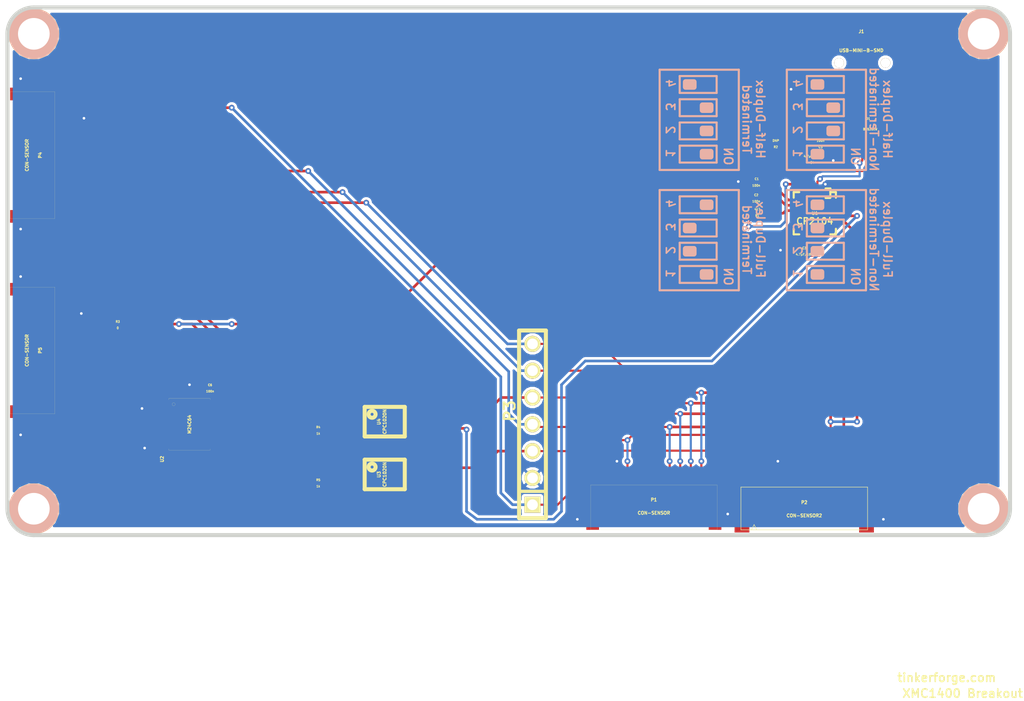
<source format=kicad_pcb>
(kicad_pcb (version 4) (host pcbnew 4.0.2+dfsg1-stable)

  (general
    (links 74)
    (no_connects 0)
    (area 66.609499 89.909499 161.990501 140.290501)
    (thickness 1.6002)
    (drawings 115)
    (tracks 319)
    (zones 0)
    (modules 26)
    (nets 50)
  )

  (page A4)
  (title_block
    (title "Flash Adapter XMC")
    (date 2017-02-08)
    (rev 0.2)
    (company "Tinkerforge GmbH")
    (comment 1 "Licensed under CERN OHL v.1.1")
    (comment 2 "Copyright (©) 2017, L.Lauer")
  )

  (layers
    (0 Vorderseite signal)
    (31 Rückseite signal hide)
    (32 B.Adhes user hide)
    (33 F.Adhes user hide)
    (34 B.Paste user hide)
    (35 F.Paste user hide)
    (36 B.SilkS user hide)
    (37 F.SilkS user)
    (38 B.Mask user hide)
    (39 F.Mask user hide)
    (40 Dwgs.User user)
    (41 Cmts.User user hide)
    (42 Eco1.User user hide)
    (43 Eco2.User user)
    (44 Edge.Cuts user)
  )

  (setup
    (last_trace_width 0.25)
    (user_trace_width 0.25)
    (user_trace_width 0.29972)
    (user_trace_width 0.45)
    (user_trace_width 0.5)
    (user_trace_width 0.59944)
    (user_trace_width 0.7)
    (user_trace_width 0.8001)
    (user_trace_width 1.00076)
    (trace_clearance 0.14986)
    (zone_clearance 0.25)
    (zone_45_only no)
    (trace_min 0.2)
    (segment_width 0.2)
    (edge_width 0.381)
    (via_size 0.55)
    (via_drill 0.25)
    (via_min_size 0.5)
    (via_min_drill 0.25)
    (uvia_size 0.70104)
    (uvia_drill 0.24892)
    (uvias_allowed no)
    (uvia_min_size 0.701)
    (uvia_min_drill 0.2489)
    (pcb_text_width 0.3048)
    (pcb_text_size 1.524 2.032)
    (mod_edge_width 0.01)
    (mod_text_size 1.524 1.524)
    (mod_text_width 0.3048)
    (pad_size 3.5 3.5)
    (pad_drill 0)
    (pad_to_mask_clearance 0)
    (aux_axis_origin 72.8 134.1)
    (grid_origin 72.8 134.1)
    (visible_elements FFFF7FBF)
    (pcbplotparams
      (layerselection 0x010f8_80000001)
      (usegerberextensions true)
      (excludeedgelayer true)
      (linewidth 0.150000)
      (plotframeref false)
      (viasonmask false)
      (mode 1)
      (useauxorigin false)
      (hpglpennumber 1)
      (hpglpenspeed 20)
      (hpglpendiameter 15)
      (hpglpenoverlay 0)
      (psnegative false)
      (psa4output false)
      (plotreference false)
      (plotvalue false)
      (plotinvisibletext false)
      (padsonsilk false)
      (subtractmaskfromsilk false)
      (outputformat 1)
      (mirror false)
      (drillshape 0)
      (scaleselection 1)
      (outputdirectory prod/))
  )

  (net 0 "")
  (net 1 GND)
  (net 2 "Net-(C1-Pad1)")
  (net 3 "Net-(C3-Pad1)")
  (net 4 "Net-(C4-Pad1)")
  (net 5 3V3)
  (net 6 "Net-(D1-Pad1)")
  (net 7 "Net-(J1-Pad4)")
  (net 8 "Net-(J1-Pad3)")
  (net 9 "Net-(J1-Pad2)")
  (net 10 "Net-(P1-Pad1)")
  (net 11 POWER_ROUT)
  (net 12 "Net-(P1-Pad4)")
  (net 13 "Net-(P1-Pad5)")
  (net 14 "Net-(P1-Pad6)")
  (net 15 "Net-(P1-Pad7)")
  (net 16 TX_ROUT)
  (net 17 RXD)
  (net 18 "Net-(P1-Pad10)")
  (net 19 POWER_RIN)
  (net 20 "Net-(P4-Pad4)")
  (net 21 "Net-(P4-Pad5)")
  (net 22 "Net-(P4-Pad6)")
  (net 23 "Net-(P5-Pad1)")
  (net 24 "Net-(P5-Pad3)")
  (net 25 "Net-(P5-Pad4)")
  (net 26 "Net-(P5-Pad5)")
  (net 27 "Net-(P5-Pad6)")
  (net 28 "Net-(P5-Pad7)")
  (net 29 "Net-(P5-Pad8)")
  (net 30 "Net-(P5-Pad9)")
  (net 31 "Net-(P5-Pad10)")
  (net 32 "Net-(R1-Pad2)")
  (net 33 "Net-(R4-Pad1)")
  (net 34 "Net-(R5-Pad1)")
  (net 35 "Net-(U1-Pad1)")
  (net 36 "Net-(U1-Pad10)")
  (net 37 "Net-(U1-Pad11)")
  (net 38 "Net-(U1-Pad12)")
  (net 39 "Net-(U1-Pad13)")
  (net 40 "Net-(U1-Pad14)")
  (net 41 "Net-(U1-Pad15)")
  (net 42 "Net-(U1-Pad17)")
  (net 43 "Net-(U1-Pad18)")
  (net 44 "Net-(U1-Pad19)")
  (net 45 TX_RIN)
  (net 46 "Net-(U1-Pad22)")
  (net 47 "Net-(U1-Pad23)")
  (net 48 "Net-(U1-Pad24)")
  (net 49 "Net-(U2-Pad7)")

  (net_class Default "Dies ist die voreingestellte Netzklasse."
    (clearance 0.14986)
    (trace_width 0.2)
    (via_dia 0.55)
    (via_drill 0.25)
    (uvia_dia 0.70104)
    (uvia_drill 0.24892)
    (add_net 3V3)
    (add_net GND)
    (add_net "Net-(C1-Pad1)")
    (add_net "Net-(C3-Pad1)")
    (add_net "Net-(C4-Pad1)")
    (add_net "Net-(D1-Pad1)")
    (add_net "Net-(J1-Pad2)")
    (add_net "Net-(J1-Pad3)")
    (add_net "Net-(J1-Pad4)")
    (add_net "Net-(P1-Pad1)")
    (add_net "Net-(P1-Pad10)")
    (add_net "Net-(P1-Pad4)")
    (add_net "Net-(P1-Pad5)")
    (add_net "Net-(P1-Pad6)")
    (add_net "Net-(P1-Pad7)")
    (add_net "Net-(P4-Pad4)")
    (add_net "Net-(P4-Pad5)")
    (add_net "Net-(P4-Pad6)")
    (add_net "Net-(P5-Pad1)")
    (add_net "Net-(P5-Pad10)")
    (add_net "Net-(P5-Pad3)")
    (add_net "Net-(P5-Pad4)")
    (add_net "Net-(P5-Pad5)")
    (add_net "Net-(P5-Pad6)")
    (add_net "Net-(P5-Pad7)")
    (add_net "Net-(P5-Pad8)")
    (add_net "Net-(P5-Pad9)")
    (add_net "Net-(R1-Pad2)")
    (add_net "Net-(R4-Pad1)")
    (add_net "Net-(R5-Pad1)")
    (add_net "Net-(U1-Pad1)")
    (add_net "Net-(U1-Pad10)")
    (add_net "Net-(U1-Pad11)")
    (add_net "Net-(U1-Pad12)")
    (add_net "Net-(U1-Pad13)")
    (add_net "Net-(U1-Pad14)")
    (add_net "Net-(U1-Pad15)")
    (add_net "Net-(U1-Pad17)")
    (add_net "Net-(U1-Pad18)")
    (add_net "Net-(U1-Pad19)")
    (add_net "Net-(U1-Pad22)")
    (add_net "Net-(U1-Pad23)")
    (add_net "Net-(U1-Pad24)")
    (add_net "Net-(U2-Pad7)")
    (add_net POWER_RIN)
    (add_net POWER_ROUT)
    (add_net RXD)
    (add_net TX_RIN)
    (add_net TX_ROUT)
  )

  (module DRILL_NP (layer Vorderseite) (tedit 530C7871) (tstamp 54F80B8F)
    (at 159.3 92.6)
    (path /4C6050A5)
    (clearance 0.89916)
    (fp_text reference U5 (at 0 0) (layer F.SilkS) hide
      (effects (font (size 0.29972 0.29972) (thickness 0.0762)))
    )
    (fp_text value DRILL (at 0 0.50038) (layer F.SilkS) hide
      (effects (font (size 0.29972 0.29972) (thickness 0.0762)))
    )
    (fp_circle (center 0 0) (end 3.2 0) (layer Eco2.User) (width 0.01))
    (fp_circle (center 0 0) (end 2.19964 -0.20066) (layer F.SilkS) (width 0.381))
    (fp_circle (center 0 0) (end 1.99898 -0.20066) (layer F.SilkS) (width 0.381))
    (fp_circle (center 0 0) (end 1.69926 0) (layer F.SilkS) (width 0.381))
    (fp_circle (center 0 0) (end 1.39954 -0.09906) (layer B.SilkS) (width 0.381))
    (fp_circle (center 0 0) (end 1.39954 0) (layer F.SilkS) (width 0.381))
    (fp_circle (center 0 0) (end 1.69926 0) (layer B.SilkS) (width 0.381))
    (fp_circle (center 0 0) (end 1.89992 0) (layer B.SilkS) (width 0.381))
    (fp_circle (center 0 0) (end 2.19964 0) (layer B.SilkS) (width 0.381))
    (pad "" np_thru_hole circle (at 0 0) (size 2.99974 2.99974) (drill 2.99974) (layers *.Cu *.Mask F.SilkS)
      (clearance 0.89916))
  )

  (module 0603F (layer Vorderseite) (tedit 589B238A) (tstamp 589B6531)
    (at 137.8 106.6 180)
    (path /5899E16F)
    (attr smd)
    (fp_text reference C1 (at 0 0.25 180) (layer F.SilkS)
      (effects (font (size 0.2 0.2) (thickness 0.05)))
    )
    (fp_text value 100n (at 0.05 -0.375 180) (layer F.SilkS)
      (effects (font (size 0.2 0.2) (thickness 0.05)))
    )
    (fp_line (start -1.45034 -0.65024) (end 1.45034 -0.65024) (layer F.SilkS) (width 0.001))
    (fp_line (start 1.45034 -0.65024) (end 1.45034 0.65024) (layer F.SilkS) (width 0.001))
    (fp_line (start 1.45034 0.65024) (end -1.45034 0.65024) (layer F.SilkS) (width 0.001))
    (fp_line (start -1.45034 0.65024) (end -1.45034 -0.65024) (layer F.SilkS) (width 0.001))
    (pad 1 smd rect (at -0.75 0 180) (size 0.9 0.9) (layers Vorderseite F.Paste F.Mask)
      (net 2 "Net-(C1-Pad1)"))
    (pad 2 smd rect (at 0.75 0 180) (size 0.9 0.9) (layers Vorderseite F.Paste F.Mask)
      (net 1 GND))
  )

  (module 0603F (layer Vorderseite) (tedit 58772755) (tstamp 589B653B)
    (at 137.8 108.1 180)
    (path /5899E0DF)
    (attr smd)
    (fp_text reference C2 (at 0.05 0.225 180) (layer F.SilkS)
      (effects (font (size 0.2 0.2) (thickness 0.05)))
    )
    (fp_text value 100n (at 0.05 -0.375 180) (layer F.SilkS)
      (effects (font (size 0.2 0.2) (thickness 0.05)))
    )
    (fp_line (start -1.45034 -0.65024) (end 1.45034 -0.65024) (layer F.SilkS) (width 0.001))
    (fp_line (start 1.45034 -0.65024) (end 1.45034 0.65024) (layer F.SilkS) (width 0.001))
    (fp_line (start 1.45034 0.65024) (end -1.45034 0.65024) (layer F.SilkS) (width 0.001))
    (fp_line (start -1.45034 0.65024) (end -1.45034 -0.65024) (layer F.SilkS) (width 0.001))
    (pad 1 smd rect (at -0.75 0 180) (size 0.9 0.9) (layers Vorderseite F.Paste F.Mask)
      (net 2 "Net-(C1-Pad1)"))
    (pad 2 smd rect (at 0.75 0 180) (size 0.9 0.9) (layers Vorderseite F.Paste F.Mask)
      (net 1 GND))
  )

  (module 0805 (layer Vorderseite) (tedit 53F70A21) (tstamp 589B6545)
    (at 142.3 113.1 180)
    (path /5899E04C)
    (attr smd)
    (fp_text reference C3 (at 0 0.2 180) (layer F.SilkS)
      (effects (font (size 0.2 0.2) (thickness 0.05)))
    )
    (fp_text value 4.7µF/10V (at 0 -0.4 180) (layer F.SilkS)
      (effects (font (size 0.2 0.2) (thickness 0.05)))
    )
    (fp_line (start -1.651 -0.8001) (end -1.651 0.8001) (layer F.SilkS) (width 0.001))
    (fp_line (start -1.651 0.8001) (end 1.651 0.8001) (layer F.SilkS) (width 0.001))
    (fp_line (start 1.651 0.8001) (end 1.651 -0.8001) (layer F.SilkS) (width 0.001))
    (fp_line (start 1.651 -0.8001) (end -1.651 -0.8001) (layer F.SilkS) (width 0.001))
    (pad 1 smd rect (at -1.00076 0 180) (size 1.00076 1.24968) (layers Vorderseite F.Paste F.Mask)
      (net 3 "Net-(C3-Pad1)") (clearance 0.14986))
    (pad 2 smd rect (at 1.00076 0 180) (size 1.00076 1.24968) (layers Vorderseite F.Paste F.Mask)
      (net 1 GND) (clearance 0.14986))
  )

  (module 0805 (layer Vorderseite) (tedit 53F70A21) (tstamp 589B654F)
    (at 143.05 104.6)
    (path /5899DB4C)
    (attr smd)
    (fp_text reference C4 (at 0 0.2) (layer F.SilkS)
      (effects (font (size 0.2 0.2) (thickness 0.05)))
    )
    (fp_text value 4.7µF/10V (at 0 -0.4) (layer F.SilkS)
      (effects (font (size 0.2 0.2) (thickness 0.05)))
    )
    (fp_line (start -1.651 -0.8001) (end -1.651 0.8001) (layer F.SilkS) (width 0.001))
    (fp_line (start -1.651 0.8001) (end 1.651 0.8001) (layer F.SilkS) (width 0.001))
    (fp_line (start 1.651 0.8001) (end 1.651 -0.8001) (layer F.SilkS) (width 0.001))
    (fp_line (start 1.651 -0.8001) (end -1.651 -0.8001) (layer F.SilkS) (width 0.001))
    (pad 1 smd rect (at -1.00076 0) (size 1.00076 1.24968) (layers Vorderseite F.Paste F.Mask)
      (net 4 "Net-(C4-Pad1)") (clearance 0.14986))
    (pad 2 smd rect (at 1.00076 0) (size 1.00076 1.24968) (layers Vorderseite F.Paste F.Mask)
      (net 1 GND) (clearance 0.14986))
  )

  (module 0603F (layer Vorderseite) (tedit 58772755) (tstamp 589B6559)
    (at 143.8 103.1)
    (path /5899DC9A)
    (attr smd)
    (fp_text reference C5 (at 0.05 0.225) (layer F.SilkS)
      (effects (font (size 0.2 0.2) (thickness 0.05)))
    )
    (fp_text value 100n (at 0.05 -0.375) (layer F.SilkS)
      (effects (font (size 0.2 0.2) (thickness 0.05)))
    )
    (fp_line (start -1.45034 -0.65024) (end 1.45034 -0.65024) (layer F.SilkS) (width 0.001))
    (fp_line (start 1.45034 -0.65024) (end 1.45034 0.65024) (layer F.SilkS) (width 0.001))
    (fp_line (start 1.45034 0.65024) (end -1.45034 0.65024) (layer F.SilkS) (width 0.001))
    (fp_line (start -1.45034 0.65024) (end -1.45034 -0.65024) (layer F.SilkS) (width 0.001))
    (pad 1 smd rect (at -0.75 0) (size 0.9 0.9) (layers Vorderseite F.Paste F.Mask)
      (net 4 "Net-(C4-Pad1)"))
    (pad 2 smd rect (at 0.75 0) (size 0.9 0.9) (layers Vorderseite F.Paste F.Mask)
      (net 1 GND))
  )

  (module 0603F (layer Vorderseite) (tedit 58772755) (tstamp 589B6563)
    (at 86.05 126.1 180)
    (path /589A03F5)
    (attr smd)
    (fp_text reference C6 (at 0.05 0.225 180) (layer F.SilkS)
      (effects (font (size 0.2 0.2) (thickness 0.05)))
    )
    (fp_text value 100n (at 0.05 -0.375 180) (layer F.SilkS)
      (effects (font (size 0.2 0.2) (thickness 0.05)))
    )
    (fp_line (start -1.45034 -0.65024) (end 1.45034 -0.65024) (layer F.SilkS) (width 0.001))
    (fp_line (start 1.45034 -0.65024) (end 1.45034 0.65024) (layer F.SilkS) (width 0.001))
    (fp_line (start 1.45034 0.65024) (end -1.45034 0.65024) (layer F.SilkS) (width 0.001))
    (fp_line (start -1.45034 0.65024) (end -1.45034 -0.65024) (layer F.SilkS) (width 0.001))
    (pad 1 smd rect (at -0.75 0 180) (size 0.9 0.9) (layers Vorderseite F.Paste F.Mask)
      (net 5 3V3))
    (pad 2 smd rect (at 0.75 0 180) (size 0.9 0.9) (layers Vorderseite F.Paste F.Mask)
      (net 1 GND))
  )

  (module SOD-123 (layer Vorderseite) (tedit 53F70AD4) (tstamp 589B6578)
    (at 148.05 101.1 180)
    (path /5899E4CC)
    (attr smd)
    (fp_text reference D1 (at -0.3 0.46 180) (layer F.SilkS)
      (effects (font (size 0.2 0.2) (thickness 0.05)))
    )
    (fp_text value B0520LW (at -0.5 -0.54 180) (layer F.SilkS)
      (effects (font (size 0.2 0.2) (thickness 0.05)))
    )
    (fp_line (start 0.29972 -0.8001) (end 0.29972 0.8001) (layer F.SilkS) (width 0.001))
    (fp_line (start 0.39878 -0.8001) (end 0.39878 0.8001) (layer F.SilkS) (width 0.001))
    (fp_line (start 0.50038 0.8001) (end 0.50038 -0.8001) (layer F.SilkS) (width 0.001))
    (fp_line (start 0.59944 -0.8001) (end 0.59944 0.8001) (layer F.SilkS) (width 0.001))
    (fp_line (start 0.70104 0.8001) (end 0.70104 -0.8001) (layer F.SilkS) (width 0.001))
    (fp_line (start 1.30048 -0.8001) (end 1.30048 0.7493) (layer F.SilkS) (width 0.001))
    (fp_line (start 1.19888 0.8001) (end 1.19888 -0.8001) (layer F.SilkS) (width 0.001))
    (fp_line (start 1.09982 0.8001) (end 1.09982 -0.8001) (layer F.SilkS) (width 0.001))
    (fp_line (start 1.00076 -0.8001) (end 1.00076 0.8001) (layer F.SilkS) (width 0.001))
    (fp_line (start 0.89916 0.8001) (end 0.89916 -0.8001) (layer F.SilkS) (width 0.001))
    (fp_line (start 0.8001 -0.8001) (end 0.8001 0.8001) (layer F.SilkS) (width 0.001))
    (fp_line (start -1.34874 -0.8001) (end 1.34874 -0.8001) (layer F.SilkS) (width 0.001))
    (fp_line (start 1.34874 -0.8001) (end 1.34874 0.8001) (layer F.SilkS) (width 0.001))
    (fp_line (start 1.34874 0.8001) (end -1.34874 0.8001) (layer F.SilkS) (width 0.001))
    (fp_line (start -1.34874 0.8001) (end -1.34874 -0.8001) (layer F.SilkS) (width 0.001))
    (pad 1 smd rect (at -1.84912 0 180) (size 1.19888 0.70104) (layers Vorderseite F.Paste F.Mask)
      (net 6 "Net-(D1-Pad1)") (clearance 0.14986))
    (pad 2 smd rect (at 1.84912 0 180) (size 1.19888 0.70104) (layers Vorderseite F.Paste F.Mask)
      (net 2 "Net-(C1-Pad1)") (clearance 0.14986))
  )

  (module USB-MINI-B-SMD (layer Vorderseite) (tedit 53F7077F) (tstamp 589B658B)
    (at 147.8 90.1)
    (path /5899E5BF)
    (attr smd)
    (fp_text reference J1 (at -0.0891 2.275) (layer F.SilkS)
      (effects (font (size 0.29972 0.29972) (thickness 0.0762)))
    )
    (fp_text value USB-MINI-B-SMD (at -0.0891 4.075) (layer F.SilkS)
      (effects (font (size 0.29972 0.29972) (thickness 0.0762)))
    )
    (fp_line (start -3.85064 -0.65024) (end 3.85064 -0.65024) (layer F.SilkS) (width 0.001))
    (fp_line (start 3.85064 -0.65024) (end 3.85064 8.54964) (layer F.SilkS) (width 0.001))
    (fp_line (start 3.85064 8.54964) (end -3.85064 8.54964) (layer F.SilkS) (width 0.001))
    (fp_line (start -3.85064 8.54964) (end -3.85064 -0.65024) (layer F.SilkS) (width 0.001))
    (pad "" smd rect (at 4.45008 2.25044) (size 1.99898 2.49936) (layers Vorderseite F.Paste F.Mask)
      (clearance 0.14986))
    (pad "" smd rect (at 4.45008 7.74954) (size 1.99898 2.49936) (layers Vorderseite F.Paste F.Mask))
    (pad 6 smd rect (at -4.45008 7.74954) (size 1.99898 2.49936) (layers Vorderseite F.Paste F.Mask)
      (net 1 GND))
    (pad "" smd rect (at -4.45008 2.25044) (size 1.99898 2.49936) (layers Vorderseite F.Paste F.Mask))
    (pad "" thru_hole circle (at 2.19964 5.25018) (size 0.90932 0.90932) (drill 0.89916) (layers *.Cu *.Mask F.SilkS)
      (clearance 0.14986))
    (pad "" thru_hole circle (at -2.19964 5.25018) (size 0.90932 0.90932) (drill 0.89916) (layers *.Cu *.Mask F.SilkS)
      (clearance 0.14986))
    (pad 5 smd rect (at -1.6002 7.85114) (size 0.50038 2.30124) (layers Vorderseite F.Paste F.Mask)
      (net 1 GND) (clearance 0.14986))
    (pad 4 smd rect (at -0.8001 7.85114) (size 0.50038 2.30124) (layers Vorderseite F.Paste F.Mask)
      (net 7 "Net-(J1-Pad4)") (clearance 0.14986))
    (pad 3 smd rect (at 0 7.85114) (size 0.50038 2.30124) (layers Vorderseite F.Paste F.Mask)
      (net 8 "Net-(J1-Pad3)") (clearance 0.14986))
    (pad 2 smd rect (at 0.8001 7.85114) (size 0.50038 2.30124) (layers Vorderseite F.Paste F.Mask)
      (net 9 "Net-(J1-Pad2)") (clearance 0.14986))
    (pad 1 smd rect (at 1.6002 7.85114) (size 0.50038 2.30124) (layers Vorderseite F.Paste F.Mask)
      (net 6 "Net-(D1-Pad1)") (clearance 0.14986))
  )

  (module CON-SENSOR (layer Vorderseite) (tedit 5805EDD3) (tstamp 589B659F)
    (at 128.05 139.6)
    (path /5899E8B8)
    (fp_text reference P1 (at 0 -2.85) (layer F.SilkS)
      (effects (font (size 0.3 0.3) (thickness 0.075)))
    )
    (fp_text value CON-SENSOR (at 0 -1.6002) (layer F.SilkS)
      (effects (font (size 0.29972 0.29972) (thickness 0.07112)))
    )
    (fp_line (start 5.99948 0) (end 5.99948 -4.24942) (layer F.SilkS) (width 0.01))
    (fp_line (start 5.99948 -4.24942) (end -5.99948 -4.24942) (layer F.SilkS) (width 0.01))
    (fp_line (start -5.99948 -4.24942) (end -5.99948 0) (layer F.SilkS) (width 0.01))
    (fp_line (start -5.99948 0) (end 5.99948 0) (layer F.SilkS) (width 0.01))
    (pad 1 smd rect (at -4.50088 -4.7752) (size 0.59944 1.5494) (layers Vorderseite F.Paste F.Mask)
      (net 10 "Net-(P1-Pad1)"))
    (pad 2 smd rect (at -3.50012 -4.7752) (size 0.59944 1.5494) (layers Vorderseite F.Paste F.Mask)
      (net 1 GND))
    (pad 3 smd rect (at -2.49936 -4.7752) (size 0.59944 1.5494) (layers Vorderseite F.Paste F.Mask)
      (net 11 POWER_ROUT))
    (pad 4 smd rect (at -1.50114 -4.7752) (size 0.59944 1.5494) (layers Vorderseite F.Paste F.Mask)
      (net 12 "Net-(P1-Pad4)"))
    (pad 5 smd rect (at -0.50038 -4.7752) (size 0.59944 1.5494) (layers Vorderseite F.Paste F.Mask)
      (net 13 "Net-(P1-Pad5)"))
    (pad 6 smd rect (at 0.50038 -4.7752) (size 0.59944 1.5494) (layers Vorderseite F.Paste F.Mask)
      (net 14 "Net-(P1-Pad6)"))
    (pad 7 smd rect (at 1.50114 -4.7752) (size 0.59944 1.5494) (layers Vorderseite F.Paste F.Mask)
      (net 15 "Net-(P1-Pad7)"))
    (pad 8 smd rect (at 2.49936 -4.7752) (size 0.59944 1.5494) (layers Vorderseite F.Paste F.Mask)
      (net 16 TX_ROUT))
    (pad 9 smd rect (at 3.50012 -4.7752) (size 0.59944 1.5494) (layers Vorderseite F.Paste F.Mask)
      (net 17 RXD))
    (pad 10 smd rect (at 4.50088 -4.7752) (size 0.59944 1.5494) (layers Vorderseite F.Paste F.Mask)
      (net 18 "Net-(P1-Pad10)"))
    (pad EP smd rect (at -5.79882 -0.89916) (size 1.19888 1.80086) (layers Vorderseite F.Paste F.Mask)
      (net 1 GND))
    (pad EP smd rect (at 5.79882 -0.89916) (size 1.19888 1.80086) (layers Vorderseite F.Paste F.Mask)
      (net 1 GND))
  )

  (module CON-SENSOR2 (layer Vorderseite) (tedit 5874FDB3) (tstamp 589B65B2)
    (at 142.3 139.85)
    (path /5899E8E3)
    (fp_text reference P2 (at 0 -2.85) (layer F.SilkS)
      (effects (font (size 0.3 0.3) (thickness 0.075)))
    )
    (fp_text value CON-SENSOR2 (at 0 -1.6002) (layer F.SilkS)
      (effects (font (size 0.29972 0.29972) (thickness 0.07112)))
    )
    (fp_line (start -5 -0.25) (end -4.75 -0.75) (layer F.SilkS) (width 0.05))
    (fp_line (start -4.75 -0.75) (end -4.5 -0.25) (layer F.SilkS) (width 0.05))
    (fp_line (start -6 -0.25) (end 6 -0.25) (layer F.SilkS) (width 0.05))
    (fp_line (start 6 -0.25) (end 6 -4.3) (layer F.SilkS) (width 0.05))
    (fp_line (start 6 -4.3) (end -6 -4.3) (layer F.SilkS) (width 0.05))
    (fp_line (start -6 -4.3) (end -6 -0.25) (layer F.SilkS) (width 0.05))
    (pad 1 smd rect (at -3.75 -4.6) (size 0.6 1.8) (layers Vorderseite F.Paste F.Mask)
      (net 10 "Net-(P1-Pad1)"))
    (pad 2 smd rect (at -2.5 -4.6) (size 0.6 1.8) (layers Vorderseite F.Paste F.Mask)
      (net 1 GND))
    (pad EP smd rect (at -5.9 -1.2) (size 1.4 2.4) (layers Vorderseite F.Paste F.Mask)
      (net 1 GND))
    (pad EP smd rect (at 5.9 -1.2) (size 1.4 2.4) (layers Vorderseite F.Paste F.Mask)
      (net 1 GND))
    (pad 3 smd rect (at -1.25 -4.6) (size 0.6 1.8) (layers Vorderseite F.Paste F.Mask)
      (net 11 POWER_ROUT))
    (pad 4 smd rect (at 0 -4.6) (size 0.6 1.8) (layers Vorderseite F.Paste F.Mask)
      (net 15 "Net-(P1-Pad7)"))
    (pad 5 smd rect (at 1.25 -4.6) (size 0.6 1.8) (layers Vorderseite F.Paste F.Mask)
      (net 16 TX_ROUT))
    (pad 6 smd rect (at 2.5 -4.6) (size 0.6 1.8) (layers Vorderseite F.Paste F.Mask)
      (net 17 RXD))
    (pad 7 smd rect (at 3.75 -4.6) (size 0.6 1.8) (layers Vorderseite F.Paste F.Mask)
      (net 18 "Net-(P1-Pad10)"))
  )

  (module PIN_ARRAY-7X1 (layer Vorderseite) (tedit 589B1496) (tstamp 589B65C2)
    (at 116.55 129.6 90)
    (descr "Connecteur 7 pins")
    (tags "CONN DEV")
    (path /589B0263)
    (fp_text reference P3 (at 1.27 -2.159 90) (layer F.SilkS)
      (effects (font (size 1.016 1.016) (thickness 0.2032)))
    )
    (fp_text value CONN_01X07 (at 1 0.25 90) (layer F.SilkS) hide
      (effects (font (size 1.016 0.889) (thickness 0.2032)))
    )
    (fp_line (start 8.89 1.27) (end 8.89 -1.27) (layer F.SilkS) (width 0.381))
    (fp_line (start -8.89 1.27) (end -8.89 -1.27) (layer F.SilkS) (width 0.381))
    (fp_line (start -8.89 -1.27) (end 8.89 -1.27) (layer F.SilkS) (width 0.381))
    (fp_line (start 8.89 1.27) (end -8.89 1.27) (layer F.SilkS) (width 0.381))
    (fp_line (start -6.35 1.27) (end -6.35 -1.27) (layer F.SilkS) (width 0.3048))
    (pad 1 thru_hole rect (at -7.62 0 90) (size 1.524 1.524) (drill 1.016) (layers *.Cu *.Mask F.SilkS)
      (net 10 "Net-(P1-Pad1)"))
    (pad 2 thru_hole circle (at -5.08 0 90) (size 1.524 1.524) (drill 1.016) (layers *.Cu *.Mask F.SilkS)
      (net 1 GND))
    (pad 3 thru_hole circle (at -2.54 0 90) (size 1.524 1.524) (drill 1.016) (layers *.Cu *.Mask F.SilkS)
      (net 11 POWER_ROUT))
    (pad 4 thru_hole circle (at 0 0 90) (size 1.524 1.524) (drill 1.016) (layers *.Cu *.Mask F.SilkS)
      (net 15 "Net-(P1-Pad7)"))
    (pad 5 thru_hole circle (at 2.54 0 90) (size 1.524 1.524) (drill 1.016) (layers *.Cu *.Mask F.SilkS)
      (net 16 TX_ROUT))
    (pad 6 thru_hole circle (at 5.08 0 90) (size 1.524 1.524) (drill 1.016) (layers *.Cu *.Mask F.SilkS)
      (net 17 RXD))
    (pad 7 thru_hole circle (at 7.62 0 90) (size 1.524 1.524) (drill 1.016) (layers *.Cu *.Mask F.SilkS)
      (net 18 "Net-(P1-Pad10)"))
    (model pin_array/pins_array_6x1.wrl
      (at (xyz 0 0 0))
      (scale (xyz 1 1 1))
      (rotate (xyz 0 0 0))
    )
  )

  (module CON-SENSOR (layer Vorderseite) (tedit 5805EDD3) (tstamp 589B65D6)
    (at 67.05 104.1 270)
    (path /589A22A1)
    (fp_text reference P4 (at 0 -2.85 270) (layer F.SilkS)
      (effects (font (size 0.3 0.3) (thickness 0.075)))
    )
    (fp_text value CON-SENSOR (at 0 -1.6002 270) (layer F.SilkS)
      (effects (font (size 0.29972 0.29972) (thickness 0.07112)))
    )
    (fp_line (start 5.99948 0) (end 5.99948 -4.24942) (layer F.SilkS) (width 0.01))
    (fp_line (start 5.99948 -4.24942) (end -5.99948 -4.24942) (layer F.SilkS) (width 0.01))
    (fp_line (start -5.99948 -4.24942) (end -5.99948 0) (layer F.SilkS) (width 0.01))
    (fp_line (start -5.99948 0) (end 5.99948 0) (layer F.SilkS) (width 0.01))
    (pad 1 smd rect (at -4.50088 -4.7752 270) (size 0.59944 1.5494) (layers Vorderseite F.Paste F.Mask)
      (net 10 "Net-(P1-Pad1)"))
    (pad 2 smd rect (at -3.50012 -4.7752 270) (size 0.59944 1.5494) (layers Vorderseite F.Paste F.Mask)
      (net 1 GND))
    (pad 3 smd rect (at -2.49936 -4.7752 270) (size 0.59944 1.5494) (layers Vorderseite F.Paste F.Mask)
      (net 19 POWER_RIN))
    (pad 4 smd rect (at -1.50114 -4.7752 270) (size 0.59944 1.5494) (layers Vorderseite F.Paste F.Mask)
      (net 20 "Net-(P4-Pad4)"))
    (pad 5 smd rect (at -0.50038 -4.7752 270) (size 0.59944 1.5494) (layers Vorderseite F.Paste F.Mask)
      (net 21 "Net-(P4-Pad5)"))
    (pad 6 smd rect (at 0.50038 -4.7752 270) (size 0.59944 1.5494) (layers Vorderseite F.Paste F.Mask)
      (net 22 "Net-(P4-Pad6)"))
    (pad 7 smd rect (at 1.50114 -4.7752 270) (size 0.59944 1.5494) (layers Vorderseite F.Paste F.Mask)
      (net 15 "Net-(P1-Pad7)"))
    (pad 8 smd rect (at 2.49936 -4.7752 270) (size 0.59944 1.5494) (layers Vorderseite F.Paste F.Mask)
      (net 16 TX_ROUT))
    (pad 9 smd rect (at 3.50012 -4.7752 270) (size 0.59944 1.5494) (layers Vorderseite F.Paste F.Mask)
      (net 17 RXD))
    (pad 10 smd rect (at 4.50088 -4.7752 270) (size 0.59944 1.5494) (layers Vorderseite F.Paste F.Mask)
      (net 18 "Net-(P1-Pad10)"))
    (pad EP smd rect (at -5.79882 -0.89916 270) (size 1.19888 1.80086) (layers Vorderseite F.Paste F.Mask)
      (net 1 GND))
    (pad EP smd rect (at 5.79882 -0.89916 270) (size 1.19888 1.80086) (layers Vorderseite F.Paste F.Mask)
      (net 1 GND))
  )

  (module CON-SENSOR (layer Vorderseite) (tedit 5805EDD3) (tstamp 589B65EA)
    (at 67.05 122.6 270)
    (path /5899F0F1)
    (fp_text reference P5 (at 0 -2.85 270) (layer F.SilkS)
      (effects (font (size 0.3 0.3) (thickness 0.075)))
    )
    (fp_text value CON-SENSOR (at 0 -1.6002 270) (layer F.SilkS)
      (effects (font (size 0.29972 0.29972) (thickness 0.07112)))
    )
    (fp_line (start 5.99948 0) (end 5.99948 -4.24942) (layer F.SilkS) (width 0.01))
    (fp_line (start 5.99948 -4.24942) (end -5.99948 -4.24942) (layer F.SilkS) (width 0.01))
    (fp_line (start -5.99948 -4.24942) (end -5.99948 0) (layer F.SilkS) (width 0.01))
    (fp_line (start -5.99948 0) (end 5.99948 0) (layer F.SilkS) (width 0.01))
    (pad 1 smd rect (at -4.50088 -4.7752 270) (size 0.59944 1.5494) (layers Vorderseite F.Paste F.Mask)
      (net 23 "Net-(P5-Pad1)"))
    (pad 2 smd rect (at -3.50012 -4.7752 270) (size 0.59944 1.5494) (layers Vorderseite F.Paste F.Mask)
      (net 1 GND))
    (pad 3 smd rect (at -2.49936 -4.7752 270) (size 0.59944 1.5494) (layers Vorderseite F.Paste F.Mask)
      (net 24 "Net-(P5-Pad3)"))
    (pad 4 smd rect (at -1.50114 -4.7752 270) (size 0.59944 1.5494) (layers Vorderseite F.Paste F.Mask)
      (net 25 "Net-(P5-Pad4)"))
    (pad 5 smd rect (at -0.50038 -4.7752 270) (size 0.59944 1.5494) (layers Vorderseite F.Paste F.Mask)
      (net 26 "Net-(P5-Pad5)"))
    (pad 6 smd rect (at 0.50038 -4.7752 270) (size 0.59944 1.5494) (layers Vorderseite F.Paste F.Mask)
      (net 27 "Net-(P5-Pad6)"))
    (pad 7 smd rect (at 1.50114 -4.7752 270) (size 0.59944 1.5494) (layers Vorderseite F.Paste F.Mask)
      (net 28 "Net-(P5-Pad7)"))
    (pad 8 smd rect (at 2.49936 -4.7752 270) (size 0.59944 1.5494) (layers Vorderseite F.Paste F.Mask)
      (net 29 "Net-(P5-Pad8)"))
    (pad 9 smd rect (at 3.50012 -4.7752 270) (size 0.59944 1.5494) (layers Vorderseite F.Paste F.Mask)
      (net 30 "Net-(P5-Pad9)"))
    (pad 10 smd rect (at 4.50088 -4.7752 270) (size 0.59944 1.5494) (layers Vorderseite F.Paste F.Mask)
      (net 31 "Net-(P5-Pad10)"))
    (pad EP smd rect (at -5.79882 -0.89916 270) (size 1.19888 1.80086) (layers Vorderseite F.Paste F.Mask)
      (net 1 GND))
    (pad EP smd rect (at 5.79882 -0.89916 270) (size 1.19888 1.80086) (layers Vorderseite F.Paste F.Mask)
      (net 1 GND))
  )

  (module 0603F (layer Vorderseite) (tedit 58772755) (tstamp 589B65F4)
    (at 137.8 109.6)
    (path /5899DA77)
    (attr smd)
    (fp_text reference R1 (at 0.05 0.225) (layer F.SilkS)
      (effects (font (size 0.2 0.2) (thickness 0.05)))
    )
    (fp_text value 4k7 (at 0.05 -0.375) (layer F.SilkS)
      (effects (font (size 0.2 0.2) (thickness 0.05)))
    )
    (fp_line (start -1.45034 -0.65024) (end 1.45034 -0.65024) (layer F.SilkS) (width 0.001))
    (fp_line (start 1.45034 -0.65024) (end 1.45034 0.65024) (layer F.SilkS) (width 0.001))
    (fp_line (start 1.45034 0.65024) (end -1.45034 0.65024) (layer F.SilkS) (width 0.001))
    (fp_line (start -1.45034 0.65024) (end -1.45034 -0.65024) (layer F.SilkS) (width 0.001))
    (pad 1 smd rect (at -0.75 0) (size 0.9 0.9) (layers Vorderseite F.Paste F.Mask)
      (net 4 "Net-(C4-Pad1)"))
    (pad 2 smd rect (at 0.75 0) (size 0.9 0.9) (layers Vorderseite F.Paste F.Mask)
      (net 32 "Net-(R1-Pad2)"))
  )

  (module 0603F (layer Vorderseite) (tedit 58772755) (tstamp 589B65FE)
    (at 139.55 103.1)
    (path /589AF631)
    (attr smd)
    (fp_text reference R2 (at 0.05 0.225) (layer F.SilkS)
      (effects (font (size 0.2 0.2) (thickness 0.05)))
    )
    (fp_text value DNP (at 0.05 -0.375) (layer F.SilkS)
      (effects (font (size 0.2 0.2) (thickness 0.05)))
    )
    (fp_line (start -1.45034 -0.65024) (end 1.45034 -0.65024) (layer F.SilkS) (width 0.001))
    (fp_line (start 1.45034 -0.65024) (end 1.45034 0.65024) (layer F.SilkS) (width 0.001))
    (fp_line (start 1.45034 0.65024) (end -1.45034 0.65024) (layer F.SilkS) (width 0.001))
    (fp_line (start -1.45034 0.65024) (end -1.45034 -0.65024) (layer F.SilkS) (width 0.001))
    (pad 1 smd rect (at -0.75 0) (size 0.9 0.9) (layers Vorderseite F.Paste F.Mask)
      (net 5 3V3))
    (pad 2 smd rect (at 0.75 0) (size 0.9 0.9) (layers Vorderseite F.Paste F.Mask)
      (net 4 "Net-(C4-Pad1)"))
  )

  (module 0603F (layer Vorderseite) (tedit 58772755) (tstamp 589B6608)
    (at 77.3 120.1 180)
    (path /589AFBCA)
    (attr smd)
    (fp_text reference R3 (at 0.05 0.225 180) (layer F.SilkS)
      (effects (font (size 0.2 0.2) (thickness 0.05)))
    )
    (fp_text value 0 (at 0.05 -0.375 180) (layer F.SilkS)
      (effects (font (size 0.2 0.2) (thickness 0.05)))
    )
    (fp_line (start -1.45034 -0.65024) (end 1.45034 -0.65024) (layer F.SilkS) (width 0.001))
    (fp_line (start 1.45034 -0.65024) (end 1.45034 0.65024) (layer F.SilkS) (width 0.001))
    (fp_line (start 1.45034 0.65024) (end -1.45034 0.65024) (layer F.SilkS) (width 0.001))
    (fp_line (start -1.45034 0.65024) (end -1.45034 -0.65024) (layer F.SilkS) (width 0.001))
    (pad 1 smd rect (at -0.75 0 180) (size 0.9 0.9) (layers Vorderseite F.Paste F.Mask)
      (net 5 3V3))
    (pad 2 smd rect (at 0.75 0 180) (size 0.9 0.9) (layers Vorderseite F.Paste F.Mask)
      (net 24 "Net-(P5-Pad3)"))
  )

  (module 0603F (layer Vorderseite) (tedit 58772755) (tstamp 589B6612)
    (at 96.3 130.1 180)
    (path /589A0742)
    (attr smd)
    (fp_text reference R4 (at 0.05 0.225 180) (layer F.SilkS)
      (effects (font (size 0.2 0.2) (thickness 0.05)))
    )
    (fp_text value 1k (at 0.05 -0.375 180) (layer F.SilkS)
      (effects (font (size 0.2 0.2) (thickness 0.05)))
    )
    (fp_line (start -1.45034 -0.65024) (end 1.45034 -0.65024) (layer F.SilkS) (width 0.001))
    (fp_line (start 1.45034 -0.65024) (end 1.45034 0.65024) (layer F.SilkS) (width 0.001))
    (fp_line (start 1.45034 0.65024) (end -1.45034 0.65024) (layer F.SilkS) (width 0.001))
    (fp_line (start -1.45034 0.65024) (end -1.45034 -0.65024) (layer F.SilkS) (width 0.001))
    (pad 1 smd rect (at -0.75 0 180) (size 0.9 0.9) (layers Vorderseite F.Paste F.Mask)
      (net 33 "Net-(R4-Pad1)"))
    (pad 2 smd rect (at 0.75 0 180) (size 0.9 0.9) (layers Vorderseite F.Paste F.Mask)
      (net 28 "Net-(P5-Pad7)"))
  )

  (module 0603F (layer Vorderseite) (tedit 58772755) (tstamp 589B661C)
    (at 96.3 135.1 180)
    (path /589A083A)
    (attr smd)
    (fp_text reference R5 (at 0.05 0.225 180) (layer F.SilkS)
      (effects (font (size 0.2 0.2) (thickness 0.05)))
    )
    (fp_text value 1k (at 0.05 -0.375 180) (layer F.SilkS)
      (effects (font (size 0.2 0.2) (thickness 0.05)))
    )
    (fp_line (start -1.45034 -0.65024) (end 1.45034 -0.65024) (layer F.SilkS) (width 0.001))
    (fp_line (start 1.45034 -0.65024) (end 1.45034 0.65024) (layer F.SilkS) (width 0.001))
    (fp_line (start 1.45034 0.65024) (end -1.45034 0.65024) (layer F.SilkS) (width 0.001))
    (fp_line (start -1.45034 0.65024) (end -1.45034 -0.65024) (layer F.SilkS) (width 0.001))
    (pad 1 smd rect (at -0.75 0 180) (size 0.9 0.9) (layers Vorderseite F.Paste F.Mask)
      (net 34 "Net-(R5-Pad1)"))
    (pad 2 smd rect (at 0.75 0 180) (size 0.9 0.9) (layers Vorderseite F.Paste F.Mask)
      (net 29 "Net-(P5-Pad8)"))
  )

  (module QFN-24-4x4-EP (layer Vorderseite) (tedit 589B2829) (tstamp 589B6644)
    (at 143.3 109.6 180)
    (path /5899D9A0)
    (fp_text reference U1 (at 0 0 180) (layer F.SilkS)
      (effects (font (size 0.29972 0.29972) (thickness 0.06096)))
    )
    (fp_text value CP2104 (at 0 -0.75 180) (layer F.SilkS)
      (effects (font (size 0.59944 0.59944) (thickness 0.12446)))
    )
    (fp_line (start -1.99898 -1.99898) (end -1.4732 -1.99898) (layer F.SilkS) (width 0.19812))
    (fp_line (start 1.4732 -1.99898) (end 1.99898 -1.99898) (layer F.SilkS) (width 0.19812))
    (fp_line (start 1.99898 -1.99898) (end 1.99898 -1.4732) (layer F.SilkS) (width 0.19812))
    (fp_line (start 1.99898 1.4732) (end 1.99898 1.99898) (layer F.SilkS) (width 0.19812))
    (fp_line (start -1.99898 1.99898) (end -1.4732 1.99898) (layer F.SilkS) (width 0.19812))
    (fp_line (start 1.4732 1.99898) (end 1.99898 1.99898) (layer F.SilkS) (width 0.19812))
    (fp_line (start -1.99898 -1.99898) (end -1.99898 -1.4732) (layer F.SilkS) (width 0.19812))
    (fp_line (start -1.99898 1.4732) (end -1.99898 1.99898) (layer F.SilkS) (width 0.19812))
    (fp_line (start -1.4478 1.4478) (end -1.02362 1.4478) (layer F.SilkS) (width 0.19812))
    (fp_line (start -1.4732 2.3495) (end -1.02362 2.3495) (layer F.SilkS) (width 0.19812))
    (fp_line (start -1.4732 1.4732) (end -1.4732 2.3495) (layer F.SilkS) (width 0.19812))
    (pad 1 smd rect (at -1.24968 1.89992) (size 0.24892 0.6985) (layers Vorderseite F.Paste F.Mask)
      (net 35 "Net-(U1-Pad1)"))
    (pad 2 smd rect (at -0.7493 1.89992) (size 0.24892 0.6985) (layers Vorderseite F.Paste F.Mask)
      (net 1 GND))
    (pad 3 smd rect (at -0.24892 1.89992) (size 0.24892 0.6985) (layers Vorderseite F.Paste F.Mask)
      (net 8 "Net-(J1-Pad3)"))
    (pad 4 smd rect (at 0.24892 1.89992) (size 0.24892 0.6985) (layers Vorderseite F.Paste F.Mask)
      (net 9 "Net-(J1-Pad2)"))
    (pad 5 smd rect (at 0.7493 1.89992) (size 0.24892 0.6985) (layers Vorderseite F.Paste F.Mask)
      (net 4 "Net-(C4-Pad1)"))
    (pad 6 smd rect (at 1.24968 1.89992) (size 0.24892 0.6985) (layers Vorderseite F.Paste F.Mask)
      (net 4 "Net-(C4-Pad1)"))
    (pad 7 smd rect (at 1.89992 1.24968 90) (size 0.24892 0.6985) (layers Vorderseite F.Paste F.Mask)
      (net 2 "Net-(C1-Pad1)"))
    (pad 8 smd rect (at 1.89992 0.7493 90) (size 0.24892 0.6985) (layers Vorderseite F.Paste F.Mask)
      (net 2 "Net-(C1-Pad1)"))
    (pad 9 smd rect (at 1.89992 0.24892 90) (size 0.24892 0.6985) (layers Vorderseite F.Paste F.Mask)
      (net 32 "Net-(R1-Pad2)"))
    (pad 10 smd rect (at 1.89992 -0.24892 90) (size 0.24892 0.6985) (layers Vorderseite F.Paste F.Mask)
      (net 36 "Net-(U1-Pad10)"))
    (pad 11 smd rect (at 1.89992 -0.7493 90) (size 0.24892 0.6985) (layers Vorderseite F.Paste F.Mask)
      (net 37 "Net-(U1-Pad11)"))
    (pad 12 smd rect (at 1.89992 -1.24968 90) (size 0.24892 0.6985) (layers Vorderseite F.Paste F.Mask)
      (net 38 "Net-(U1-Pad12)"))
    (pad 13 smd rect (at 1.24968 -1.89992 180) (size 0.24892 0.6985) (layers Vorderseite F.Paste F.Mask)
      (net 39 "Net-(U1-Pad13)"))
    (pad 14 smd rect (at 0.7493 -1.89992 180) (size 0.24892 0.6985) (layers Vorderseite F.Paste F.Mask)
      (net 40 "Net-(U1-Pad14)"))
    (pad 15 smd rect (at 0.24892 -1.89992 180) (size 0.24892 0.6985) (layers Vorderseite F.Paste F.Mask)
      (net 41 "Net-(U1-Pad15)"))
    (pad 16 smd rect (at -0.24892 -1.89992 180) (size 0.24892 0.6985) (layers Vorderseite F.Paste F.Mask)
      (net 3 "Net-(C3-Pad1)"))
    (pad 17 smd rect (at -0.7493 -1.89992 180) (size 0.24892 0.6985) (layers Vorderseite F.Paste F.Mask)
      (net 42 "Net-(U1-Pad17)"))
    (pad 18 smd rect (at -1.24968 -1.89992 180) (size 0.24892 0.6985) (layers Vorderseite F.Paste F.Mask)
      (net 43 "Net-(U1-Pad18)"))
    (pad 19 smd rect (at -1.89992 -1.24968 270) (size 0.24892 0.6985) (layers Vorderseite F.Paste F.Mask)
      (net 44 "Net-(U1-Pad19)"))
    (pad 20 smd rect (at -1.89992 -0.7493 270) (size 0.24892 0.6985) (layers Vorderseite F.Paste F.Mask)
      (net 17 RXD))
    (pad 21 smd rect (at -1.89992 -0.24892 270) (size 0.24892 0.6985) (layers Vorderseite F.Paste F.Mask)
      (net 45 TX_RIN))
    (pad 22 smd rect (at -1.89992 0.24892 270) (size 0.24892 0.6985) (layers Vorderseite F.Paste F.Mask)
      (net 46 "Net-(U1-Pad22)"))
    (pad 23 smd rect (at -1.89992 0.7493 270) (size 0.24892 0.6985) (layers Vorderseite F.Paste F.Mask)
      (net 47 "Net-(U1-Pad23)"))
    (pad 24 smd rect (at -1.89992 1.24968 270) (size 0.24892 0.6985) (layers Vorderseite F.Paste F.Mask)
      (net 48 "Net-(U1-Pad24)"))
    (pad 25 smd rect (at 0 0 180) (size 2.49936 2.49936) (layers Vorderseite F.Paste F.Mask)
      (net 1 GND))
  )

  (module SOIC8 (layer Vorderseite) (tedit 547F003A) (tstamp 589B6645)
    (at 84.05 129.6 270)
    (path /5899FBC6)
    (fp_text reference U2 (at 3.29946 2.60096 270) (layer F.SilkS)
      (effects (font (size 0.29972 0.29972) (thickness 0.0762)))
    )
    (fp_text value M24C64 (at 0 0 270) (layer F.SilkS)
      (effects (font (size 0.29972 0.29972) (thickness 0.0762)))
    )
    (fp_circle (center -1.89992 1.50114) (end -1.82626 1.6256) (layer F.SilkS) (width 0.01))
    (fp_line (start -2.44856 -1.94818) (end -2.32918 -1.94818) (layer F.SilkS) (width 0.01))
    (fp_line (start 2.32918 -1.94818) (end 2.44856 -1.94818) (layer F.SilkS) (width 0.01))
    (fp_line (start 2.44856 -1.94818) (end 2.44856 1.94818) (layer F.SilkS) (width 0.01))
    (fp_line (start -2.44856 1.94818) (end -2.32918 1.94818) (layer F.SilkS) (width 0.01))
    (fp_line (start 2.32918 1.94818) (end 2.44856 1.94818) (layer F.SilkS) (width 0.01))
    (fp_line (start -2.44856 -1.94818) (end -2.44856 1.94818) (layer F.SilkS) (width 0.01))
    (pad 1 smd rect (at -1.90246 2.69748 90) (size 0.59944 1.5494) (layers Vorderseite F.Paste F.Mask)
      (net 1 GND))
    (pad 2 smd rect (at -0.63246 2.69748 90) (size 0.59944 1.5494) (layers Vorderseite F.Paste F.Mask)
      (net 1 GND))
    (pad 3 smd rect (at 0.63246 2.69748 90) (size 0.59944 1.5494) (layers Vorderseite F.Paste F.Mask)
      (net 27 "Net-(P5-Pad6)"))
    (pad 4 smd rect (at 1.90246 2.69748 90) (size 0.59944 1.5494) (layers Vorderseite F.Paste F.Mask)
      (net 1 GND))
    (pad 5 smd rect (at 1.90246 -2.69748 270) (size 0.59944 1.5494) (layers Vorderseite F.Paste F.Mask)
      (net 26 "Net-(P5-Pad5)"))
    (pad 6 smd rect (at 0.63246 -2.69748 270) (size 0.59944 1.5494) (layers Vorderseite F.Paste F.Mask)
      (net 25 "Net-(P5-Pad4)"))
    (pad 7 smd rect (at -0.63246 -2.69748 270) (size 0.59944 1.5494) (layers Vorderseite F.Paste F.Mask)
      (net 49 "Net-(U2-Pad7)"))
    (pad 8 smd rect (at -1.90246 -2.69748 270) (size 0.59944 1.5494) (layers Vorderseite F.Paste F.Mask)
      (net 5 3V3))
  )

  (module SOP4 (layer Vorderseite) (tedit 571E2B2A) (tstamp 589B6657)
    (at 102.55 134.35 90)
    (path /589A0C32)
    (attr smd)
    (fp_text reference U3 (at 0 -0.55118 90) (layer F.SilkS)
      (effects (font (size 0.29972 0.29972) (thickness 0.0762)))
    )
    (fp_text value CPC1020N (at 0 0 90) (layer F.SilkS)
      (effects (font (size 0.29972 0.29972) (thickness 0.0762)))
    )
    (fp_line (start -1.4 -1.9) (end 1.4 -1.9) (layer F.SilkS) (width 0.381))
    (fp_line (start -1.4 1.9) (end 1.4 1.9) (layer F.SilkS) (width 0.381))
    (fp_circle (center 0.70048 -1.19888) (end 0.79954 -1.09982) (layer F.SilkS) (width 0.381))
    (fp_line (start 1.40058 1.89992) (end 1.40058 -1.89992) (layer F.SilkS) (width 0.381))
    (fp_line (start -1.40058 1.89992) (end -1.40058 -1.89992) (layer F.SilkS) (width 0.381))
    (pad 1 smd rect (at 0.635 -3.15 90) (size 0.8 2) (layers Vorderseite F.Paste F.Mask)
      (net 5 3V3))
    (pad 2 smd rect (at -0.635 -3.15 90) (size 0.8 2) (layers Vorderseite F.Paste F.Mask)
      (net 34 "Net-(R5-Pad1)"))
    (pad 3 smd rect (at -0.635 3.15 90) (size 0.8 2) (layers Vorderseite F.Paste F.Mask)
      (net 19 POWER_RIN))
    (pad 4 smd rect (at 0.635 3.15 90) (size 0.8 2) (layers Vorderseite F.Paste F.Mask)
      (net 11 POWER_ROUT))
  )

  (module SOP4 (layer Vorderseite) (tedit 571E2B2A) (tstamp 589B6663)
    (at 102.55 129.35 90)
    (path /589A0FCE)
    (attr smd)
    (fp_text reference U4 (at 0 -0.55118 90) (layer F.SilkS)
      (effects (font (size 0.29972 0.29972) (thickness 0.0762)))
    )
    (fp_text value CPC1020N (at 0 0 90) (layer F.SilkS)
      (effects (font (size 0.29972 0.29972) (thickness 0.0762)))
    )
    (fp_line (start -1.4 -1.9) (end 1.4 -1.9) (layer F.SilkS) (width 0.381))
    (fp_line (start -1.4 1.9) (end 1.4 1.9) (layer F.SilkS) (width 0.381))
    (fp_circle (center 0.70048 -1.19888) (end 0.79954 -1.09982) (layer F.SilkS) (width 0.381))
    (fp_line (start 1.40058 1.89992) (end 1.40058 -1.89992) (layer F.SilkS) (width 0.381))
    (fp_line (start -1.40058 1.89992) (end -1.40058 -1.89992) (layer F.SilkS) (width 0.381))
    (pad 1 smd rect (at 0.635 -3.15 90) (size 0.8 2) (layers Vorderseite F.Paste F.Mask)
      (net 5 3V3))
    (pad 2 smd rect (at -0.635 -3.15 90) (size 0.8 2) (layers Vorderseite F.Paste F.Mask)
      (net 33 "Net-(R4-Pad1)"))
    (pad 3 smd rect (at -0.635 3.15 90) (size 0.8 2) (layers Vorderseite F.Paste F.Mask)
      (net 45 TX_RIN))
    (pad 4 smd rect (at 0.635 3.15 90) (size 0.8 2) (layers Vorderseite F.Paste F.Mask)
      (net 16 TX_ROUT))
  )

  (module DRILL_NP (layer Vorderseite) (tedit 530C7871) (tstamp 589B667C)
    (at 159.3 137.6)
    (path /4C6050A2)
    (fp_text reference U6 (at 0 0) (layer F.SilkS) hide
      (effects (font (size 0.29972 0.29972) (thickness 0.0762)))
    )
    (fp_text value DRILL (at 0 0.50038) (layer F.SilkS) hide
      (effects (font (size 0.29972 0.29972) (thickness 0.0762)))
    )
    (fp_circle (center 0 0) (end 3.2 0) (layer Eco2.User) (width 0.01))
    (fp_circle (center 0 0) (end 2.19964 -0.20066) (layer F.SilkS) (width 0.381))
    (fp_circle (center 0 0) (end 1.99898 -0.20066) (layer F.SilkS) (width 0.381))
    (fp_circle (center 0 0) (end 1.69926 0) (layer F.SilkS) (width 0.381))
    (fp_circle (center 0 0) (end 1.39954 -0.09906) (layer B.SilkS) (width 0.381))
    (fp_circle (center 0 0) (end 1.39954 0) (layer F.SilkS) (width 0.381))
    (fp_circle (center 0 0) (end 1.69926 0) (layer B.SilkS) (width 0.381))
    (fp_circle (center 0 0) (end 1.89992 0) (layer B.SilkS) (width 0.381))
    (fp_circle (center 0 0) (end 2.19964 0) (layer B.SilkS) (width 0.381))
    (pad "" np_thru_hole circle (at 0 0) (size 2.99974 2.99974) (drill 2.99974) (layers *.Cu *.Mask F.SilkS)
      (clearance 0.89916))
  )

  (module DRILL_NP (layer Vorderseite) (tedit 530C7871) (tstamp 589B668A)
    (at 69.3 137.6)
    (path /4C605099)
    (fp_text reference U7 (at 0 0) (layer F.SilkS) hide
      (effects (font (size 0.29972 0.29972) (thickness 0.0762)))
    )
    (fp_text value DRILL (at 0 0.50038) (layer F.SilkS) hide
      (effects (font (size 0.29972 0.29972) (thickness 0.0762)))
    )
    (fp_circle (center 0 0) (end 3.2 0) (layer Eco2.User) (width 0.01))
    (fp_circle (center 0 0) (end 2.19964 -0.20066) (layer F.SilkS) (width 0.381))
    (fp_circle (center 0 0) (end 1.99898 -0.20066) (layer F.SilkS) (width 0.381))
    (fp_circle (center 0 0) (end 1.69926 0) (layer F.SilkS) (width 0.381))
    (fp_circle (center 0 0) (end 1.39954 -0.09906) (layer B.SilkS) (width 0.381))
    (fp_circle (center 0 0) (end 1.39954 0) (layer F.SilkS) (width 0.381))
    (fp_circle (center 0 0) (end 1.69926 0) (layer B.SilkS) (width 0.381))
    (fp_circle (center 0 0) (end 1.89992 0) (layer B.SilkS) (width 0.381))
    (fp_circle (center 0 0) (end 2.19964 0) (layer B.SilkS) (width 0.381))
    (pad "" np_thru_hole circle (at 0 0) (size 2.99974 2.99974) (drill 2.99974) (layers *.Cu *.Mask F.SilkS)
      (clearance 0.89916))
  )

  (module DRILL_NP (layer Vorderseite) (tedit 530C7871) (tstamp 589B6698)
    (at 69.3 92.6)
    (path /4C60509F)
    (fp_text reference U8 (at 0 0) (layer F.SilkS) hide
      (effects (font (size 0.29972 0.29972) (thickness 0.0762)))
    )
    (fp_text value DRILL (at 0 0.50038) (layer F.SilkS) hide
      (effects (font (size 0.29972 0.29972) (thickness 0.0762)))
    )
    (fp_circle (center 0 0) (end 3.2 0) (layer Eco2.User) (width 0.01))
    (fp_circle (center 0 0) (end 2.19964 -0.20066) (layer F.SilkS) (width 0.381))
    (fp_circle (center 0 0) (end 1.99898 -0.20066) (layer F.SilkS) (width 0.381))
    (fp_circle (center 0 0) (end 1.69926 0) (layer F.SilkS) (width 0.381))
    (fp_circle (center 0 0) (end 1.39954 -0.09906) (layer B.SilkS) (width 0.381))
    (fp_circle (center 0 0) (end 1.39954 0) (layer F.SilkS) (width 0.381))
    (fp_circle (center 0 0) (end 1.69926 0) (layer B.SilkS) (width 0.381))
    (fp_circle (center 0 0) (end 1.89992 0) (layer B.SilkS) (width 0.381))
    (fp_circle (center 0 0) (end 2.19964 0) (layer B.SilkS) (width 0.381))
    (pad "" np_thru_hole circle (at 0 0) (size 2.99974 2.99974) (drill 2.99974) (layers *.Cu *.Mask F.SilkS)
      (clearance 0.89916))
  )

  (gr_line (start 161.8 92.6) (end 161.8 137.6) (angle 90) (layer Edge.Cuts) (width 0.381))
  (gr_line (start 69.3 90.1) (end 159.3 90.1) (angle 90) (layer Edge.Cuts) (width 0.381))
  (gr_line (start 66.8 137.6) (end 66.8 92.6) (angle 90) (layer Edge.Cuts) (width 0.381))
  (gr_line (start 159.3 140.1) (end 69.3 140.1) (angle 90) (layer Edge.Cuts) (width 0.381))
  (gr_text "XMC1400 Breakout\n" (at 157.3 155.1) (layer F.SilkS)
    (effects (font (size 0.8 0.8) (thickness 0.15)))
  )
  (gr_arc (start 159.3 92.6) (end 159.3 90.1) (angle 90) (layer Edge.Cuts) (width 0.381))
  (gr_arc (start 159.3 137.6) (end 161.8 137.6) (angle 90) (layer Edge.Cuts) (width 0.381))
  (gr_line (start 128.6 116.9) (end 128.6 107.4) (angle 90) (layer B.SilkS) (width 0.2) (tstamp 58269198))
  (gr_line (start 128.6 107.4) (end 136.1 107.4) (angle 90) (layer B.SilkS) (width 0.2) (tstamp 58269197))
  (gr_line (start 136.1 107.4) (end 136.1 116.9) (angle 90) (layer B.SilkS) (width 0.2) (tstamp 58269196))
  (gr_line (start 136.1 116.9) (end 128.6 116.9) (angle 90) (layer B.SilkS) (width 0.2) (tstamp 58269195))
  (gr_text ON (at 135.1 115.6 270) (layer B.SilkS) (tstamp 58269194)
    (effects (font (size 0.8 0.8) (thickness 0.15)) (justify mirror))
  )
  (gr_text 1 (at 129.6 115.3 270) (layer B.SilkS) (tstamp 58269193)
    (effects (font (size 0.8 0.8) (thickness 0.15)) (justify mirror))
  )
  (gr_line (start 130.5 116.2) (end 130.5 114.6) (angle 90) (layer B.SilkS) (width 0.2) (tstamp 58269192))
  (gr_line (start 130.5 114.6) (end 134 114.6) (angle 90) (layer B.SilkS) (width 0.2) (tstamp 58269191))
  (gr_line (start 134 114.6) (end 134 116.2) (angle 90) (layer B.SilkS) (width 0.2) (tstamp 58269190))
  (gr_line (start 134 116.2) (end 130.5 116.2) (angle 90) (layer B.SilkS) (width 0.2) (tstamp 5826918F))
  (gr_line (start 134 114) (end 130.5 114) (angle 90) (layer B.SilkS) (width 0.2) (tstamp 5826918E))
  (gr_line (start 134 112.4) (end 134 114) (angle 90) (layer B.SilkS) (width 0.2) (tstamp 5826918D))
  (gr_line (start 130.5 112.4) (end 134 112.4) (angle 90) (layer B.SilkS) (width 0.2) (tstamp 5826918C))
  (gr_line (start 130.5 114) (end 130.5 112.4) (angle 90) (layer B.SilkS) (width 0.2) (tstamp 5826918B))
  (gr_text 2 (at 129.6 113.1 270) (layer B.SilkS) (tstamp 5826918A)
    (effects (font (size 0.8 0.8) (thickness 0.15)) (justify mirror))
  )
  (gr_text 3 (at 129.6 110.9 270) (layer B.SilkS) (tstamp 58269189)
    (effects (font (size 0.8 0.8) (thickness 0.15)) (justify mirror))
  )
  (gr_line (start 130.5 111.8) (end 130.5 110.2) (angle 90) (layer B.SilkS) (width 0.2) (tstamp 58269188))
  (gr_line (start 130.5 110.2) (end 134 110.2) (angle 90) (layer B.SilkS) (width 0.2) (tstamp 58269187))
  (gr_line (start 134 110.2) (end 134 111.8) (angle 90) (layer B.SilkS) (width 0.2) (tstamp 58269186))
  (gr_line (start 134 111.8) (end 130.5 111.8) (angle 90) (layer B.SilkS) (width 0.2) (tstamp 58269185))
  (gr_line (start 134 109.6) (end 130.5 109.6) (angle 90) (layer B.SilkS) (width 0.2) (tstamp 58269184))
  (gr_line (start 134 108) (end 134 109.6) (angle 90) (layer B.SilkS) (width 0.2) (tstamp 58269183))
  (gr_line (start 130.5 108) (end 134 108) (angle 90) (layer B.SilkS) (width 0.2) (tstamp 58269182))
  (gr_line (start 130.5 109.6) (end 130.5 108) (angle 90) (layer B.SilkS) (width 0.2) (tstamp 58269181))
  (gr_text 4 (at 129.6 108.7 270) (layer B.SilkS) (tstamp 58269180)
    (effects (font (size 0.8 0.8) (thickness 0.15)) (justify mirror))
  )
  (gr_text "Full-Duplex\nTerminated" (at 137.5 112.1 270) (layer B.SilkS) (tstamp 5826917F)
    (effects (font (size 0.8 0.8) (thickness 0.15)) (justify mirror))
  )
  (gr_text "Full-Duplex\nNon-Terminated" (at 149.55 112.1 270) (layer B.SilkS) (tstamp 5826917E)
    (effects (font (size 0.8 0.8) (thickness 0.15)) (justify mirror))
  )
  (gr_text 4 (at 141.65 108.7 270) (layer B.SilkS) (tstamp 5826917D)
    (effects (font (size 0.8 0.8) (thickness 0.15)) (justify mirror))
  )
  (gr_line (start 142.55 109.6) (end 142.55 108) (angle 90) (layer B.SilkS) (width 0.2) (tstamp 5826917C))
  (gr_line (start 142.55 108) (end 146.05 108) (angle 90) (layer B.SilkS) (width 0.2) (tstamp 5826917B))
  (gr_line (start 146.05 108) (end 146.05 109.6) (angle 90) (layer B.SilkS) (width 0.2) (tstamp 5826917A))
  (gr_line (start 146.05 109.6) (end 142.55 109.6) (angle 90) (layer B.SilkS) (width 0.2) (tstamp 58269179))
  (gr_line (start 146.05 111.8) (end 142.55 111.8) (angle 90) (layer B.SilkS) (width 0.2) (tstamp 58269178))
  (gr_line (start 146.05 110.2) (end 146.05 111.8) (angle 90) (layer B.SilkS) (width 0.2) (tstamp 58269177))
  (gr_line (start 142.55 110.2) (end 146.05 110.2) (angle 90) (layer B.SilkS) (width 0.2) (tstamp 58269176))
  (gr_line (start 142.55 111.8) (end 142.55 110.2) (angle 90) (layer B.SilkS) (width 0.2) (tstamp 58269175))
  (gr_text 3 (at 141.65 110.9 270) (layer B.SilkS) (tstamp 58269174)
    (effects (font (size 0.8 0.8) (thickness 0.15)) (justify mirror))
  )
  (gr_text 2 (at 141.65 113.1 270) (layer B.SilkS) (tstamp 58269173)
    (effects (font (size 0.8 0.8) (thickness 0.15)) (justify mirror))
  )
  (gr_line (start 142.55 114) (end 142.55 112.4) (angle 90) (layer B.SilkS) (width 0.2) (tstamp 58269172))
  (gr_line (start 142.55 112.4) (end 146.05 112.4) (angle 90) (layer B.SilkS) (width 0.2) (tstamp 58269171))
  (gr_line (start 146.05 112.4) (end 146.05 114) (angle 90) (layer B.SilkS) (width 0.2) (tstamp 58269170))
  (gr_line (start 146.05 114) (end 142.55 114) (angle 90) (layer B.SilkS) (width 0.2) (tstamp 5826916F))
  (gr_line (start 146.05 116.2) (end 142.55 116.2) (angle 90) (layer B.SilkS) (width 0.2) (tstamp 5826916E))
  (gr_line (start 146.05 114.6) (end 146.05 116.2) (angle 90) (layer B.SilkS) (width 0.2) (tstamp 5826916D))
  (gr_line (start 142.55 114.6) (end 146.05 114.6) (angle 90) (layer B.SilkS) (width 0.2) (tstamp 5826916C))
  (gr_line (start 142.55 116.2) (end 142.55 114.6) (angle 90) (layer B.SilkS) (width 0.2) (tstamp 5826916B))
  (gr_text 1 (at 141.65 115.3 270) (layer B.SilkS) (tstamp 5826916A)
    (effects (font (size 0.8 0.8) (thickness 0.15)) (justify mirror))
  )
  (gr_text ON (at 147.15 115.6 270) (layer B.SilkS) (tstamp 58269169)
    (effects (font (size 0.8 0.8) (thickness 0.15)) (justify mirror))
  )
  (gr_line (start 148.15 116.9) (end 140.65 116.9) (angle 90) (layer B.SilkS) (width 0.2) (tstamp 58269168))
  (gr_line (start 148.15 107.4) (end 148.15 116.9) (angle 90) (layer B.SilkS) (width 0.2) (tstamp 58269167))
  (gr_line (start 140.65 107.4) (end 148.15 107.4) (angle 90) (layer B.SilkS) (width 0.2) (tstamp 58269166))
  (gr_line (start 140.65 116.9) (end 140.65 107.4) (angle 90) (layer B.SilkS) (width 0.2) (tstamp 58269165))
  (gr_line (start 140.65 105.5) (end 140.65 96) (angle 90) (layer B.SilkS) (width 0.2) (tstamp 58269159))
  (gr_line (start 140.65 96) (end 148.15 96) (angle 90) (layer B.SilkS) (width 0.2) (tstamp 58269158))
  (gr_line (start 148.15 96) (end 148.15 105.5) (angle 90) (layer B.SilkS) (width 0.2) (tstamp 58269157))
  (gr_line (start 148.15 105.5) (end 140.65 105.5) (angle 90) (layer B.SilkS) (width 0.2) (tstamp 58269156))
  (gr_text ON (at 147.15 104.2 270) (layer B.SilkS) (tstamp 58269155)
    (effects (font (size 0.8 0.8) (thickness 0.15)) (justify mirror))
  )
  (gr_text 1 (at 141.65 103.9 270) (layer B.SilkS) (tstamp 58269154)
    (effects (font (size 0.8 0.8) (thickness 0.15)) (justify mirror))
  )
  (gr_line (start 142.55 104.8) (end 142.55 103.2) (angle 90) (layer B.SilkS) (width 0.2) (tstamp 58269153))
  (gr_line (start 142.55 103.2) (end 146.05 103.2) (angle 90) (layer B.SilkS) (width 0.2) (tstamp 58269152))
  (gr_line (start 146.05 103.2) (end 146.05 104.8) (angle 90) (layer B.SilkS) (width 0.2) (tstamp 58269151))
  (gr_line (start 146.05 104.8) (end 142.55 104.8) (angle 90) (layer B.SilkS) (width 0.2) (tstamp 58269150))
  (gr_line (start 146.05 102.6) (end 142.55 102.6) (angle 90) (layer B.SilkS) (width 0.2) (tstamp 5826914F))
  (gr_line (start 146.05 101) (end 146.05 102.6) (angle 90) (layer B.SilkS) (width 0.2) (tstamp 5826914E))
  (gr_line (start 142.55 101) (end 146.05 101) (angle 90) (layer B.SilkS) (width 0.2) (tstamp 5826914D))
  (gr_line (start 142.55 102.6) (end 142.55 101) (angle 90) (layer B.SilkS) (width 0.2) (tstamp 5826914C))
  (gr_text 2 (at 141.65 101.7 270) (layer B.SilkS) (tstamp 5826914B)
    (effects (font (size 0.8 0.8) (thickness 0.15)) (justify mirror))
  )
  (gr_text 3 (at 141.65 99.5 270) (layer B.SilkS) (tstamp 5826914A)
    (effects (font (size 0.8 0.8) (thickness 0.15)) (justify mirror))
  )
  (gr_line (start 142.55 100.4) (end 142.55 98.8) (angle 90) (layer B.SilkS) (width 0.2) (tstamp 58269149))
  (gr_line (start 142.55 98.8) (end 146.05 98.8) (angle 90) (layer B.SilkS) (width 0.2) (tstamp 58269148))
  (gr_line (start 146.05 98.8) (end 146.05 100.4) (angle 90) (layer B.SilkS) (width 0.2) (tstamp 58269147))
  (gr_line (start 146.05 100.4) (end 142.55 100.4) (angle 90) (layer B.SilkS) (width 0.2) (tstamp 58269146))
  (gr_line (start 146.05 98.2) (end 142.55 98.2) (angle 90) (layer B.SilkS) (width 0.2) (tstamp 58269145))
  (gr_line (start 146.05 96.6) (end 146.05 98.2) (angle 90) (layer B.SilkS) (width 0.2) (tstamp 58269144))
  (gr_line (start 142.55 96.6) (end 146.05 96.6) (angle 90) (layer B.SilkS) (width 0.2) (tstamp 58269143))
  (gr_line (start 142.55 98.2) (end 142.55 96.6) (angle 90) (layer B.SilkS) (width 0.2) (tstamp 58269142))
  (gr_text 4 (at 141.65 97.3 270) (layer B.SilkS) (tstamp 58269141)
    (effects (font (size 0.8 0.8) (thickness 0.15)) (justify mirror))
  )
  (gr_text "Half-Duplex\nNon-Terminated" (at 149.55 100.7 270) (layer B.SilkS) (tstamp 58269140)
    (effects (font (size 0.8 0.8) (thickness 0.15)) (justify mirror))
  )
  (gr_text "Half-Duplex\nTerminated" (at 137.5 100.7 270) (layer B.SilkS)
    (effects (font (size 0.8 0.8) (thickness 0.15)) (justify mirror))
  )
  (gr_text 4 (at 129.6 97.3 270) (layer B.SilkS) (tstamp 5826910B)
    (effects (font (size 0.8 0.8) (thickness 0.15)) (justify mirror))
  )
  (gr_line (start 130.5 98.2) (end 130.5 96.6) (angle 90) (layer B.SilkS) (width 0.2) (tstamp 5826910A))
  (gr_line (start 130.5 96.6) (end 134 96.6) (angle 90) (layer B.SilkS) (width 0.2) (tstamp 58269109))
  (gr_line (start 134 96.6) (end 134 98.2) (angle 90) (layer B.SilkS) (width 0.2) (tstamp 58269108))
  (gr_line (start 134 98.2) (end 130.5 98.2) (angle 90) (layer B.SilkS) (width 0.2) (tstamp 58269107))
  (gr_line (start 134 100.4) (end 130.5 100.4) (angle 90) (layer B.SilkS) (width 0.2) (tstamp 58269106))
  (gr_line (start 134 98.8) (end 134 100.4) (angle 90) (layer B.SilkS) (width 0.2) (tstamp 58269105))
  (gr_line (start 130.5 98.8) (end 134 98.8) (angle 90) (layer B.SilkS) (width 0.2) (tstamp 58269104))
  (gr_line (start 130.5 100.4) (end 130.5 98.8) (angle 90) (layer B.SilkS) (width 0.2) (tstamp 58269103))
  (gr_text 3 (at 129.6 99.5 270) (layer B.SilkS) (tstamp 58269102)
    (effects (font (size 0.8 0.8) (thickness 0.15)) (justify mirror))
  )
  (gr_text 2 (at 129.6 101.7 270) (layer B.SilkS) (tstamp 58269101)
    (effects (font (size 0.8 0.8) (thickness 0.15)) (justify mirror))
  )
  (gr_line (start 130.5 102.6) (end 130.5 101) (angle 90) (layer B.SilkS) (width 0.2) (tstamp 58269100))
  (gr_line (start 130.5 101) (end 134 101) (angle 90) (layer B.SilkS) (width 0.2) (tstamp 582690FF))
  (gr_line (start 134 101) (end 134 102.6) (angle 90) (layer B.SilkS) (width 0.2) (tstamp 582690FE))
  (gr_line (start 134 102.6) (end 130.5 102.6) (angle 90) (layer B.SilkS) (width 0.2) (tstamp 582690FD))
  (gr_line (start 134 104.8) (end 130.5 104.8) (angle 90) (layer B.SilkS) (width 0.2))
  (gr_line (start 134 103.2) (end 134 104.8) (angle 90) (layer B.SilkS) (width 0.2))
  (gr_line (start 130.5 103.2) (end 134 103.2) (angle 90) (layer B.SilkS) (width 0.2))
  (gr_line (start 130.5 104.8) (end 130.5 103.2) (angle 90) (layer B.SilkS) (width 0.2))
  (gr_text 1 (at 129.6 103.9 270) (layer B.SilkS)
    (effects (font (size 0.8 0.8) (thickness 0.15)) (justify mirror))
  )
  (gr_text ON (at 135.1 104.2 270) (layer B.SilkS)
    (effects (font (size 0.8 0.8) (thickness 0.15)) (justify mirror))
  )
  (gr_line (start 136.1 105.5) (end 128.6 105.5) (angle 90) (layer B.SilkS) (width 0.2))
  (gr_line (start 136.1 96) (end 136.1 105.5) (angle 90) (layer B.SilkS) (width 0.2))
  (gr_line (start 128.6 96) (end 136.1 96) (angle 90) (layer B.SilkS) (width 0.2))
  (gr_line (start 128.6 105.5) (end 128.6 96) (angle 90) (layer B.SilkS) (width 0.2))
  (gr_arc (start 69.3 137.6) (end 69.3 140.1) (angle 90) (layer Edge.Cuts) (width 0.381))
  (gr_arc (start 69.3 92.6) (end 66.8 92.6) (angle 90) (layer Edge.Cuts) (width 0.381))
  (gr_text "Copyright Tinkerforge GmbH 2015.\nThis documentation describes Open Hardware and is licensed under the\nCERN OHL v. 1.1.\nYou may redistribute and modify this documentation under the terms of the\nCERN OHL v.1.1. (http://ohwr.org/cernohl). This documentation is distributed\nWITHOUT ANY EXPRESS OR IMPLIED WARRANTY, INCLUDING OF\nMERCHANTABILITY, SATISFACTORY QUALITY AND FITNESS FOR A\nPARTICULAR PURPOSE. Please see the CERN OHL v.1.1 for applicable\nconditions" (at 258.8 156.55) (layer Cmts.User)
    (effects (font (size 0.8001 0.8001) (thickness 0.200025) italic))
  )
  (gr_text tinkerforge.com (at 155.8 153.6) (layer F.SilkS)
    (effects (font (size 0.8001 0.8001) (thickness 0.14986)))
  )

  (segment (start 141.29924 113.1) (end 140.05 113.1) (width 0.25) (layer Vorderseite) (net 1))
  (via (at 140.05 113.1) (size 0.55) (drill 0.25) (layers Vorderseite Rückseite) (net 1))
  (segment (start 143.34992 97.84954) (end 141.05046 97.84954) (width 0.5) (layer Vorderseite) (net 1))
  (via (at 141.05 97.85) (size 0.55) (drill 0.25) (layers Vorderseite Rückseite) (net 1))
  (segment (start 141.05046 97.84954) (end 141.05 97.85) (width 0.5) (layer Vorderseite) (net 1) (tstamp 589B73D2))
  (segment (start 143.34992 97.84954) (end 146.0982 97.84954) (width 0.5) (layer Vorderseite) (net 1))
  (segment (start 146.0982 97.84954) (end 146.1998 97.95114) (width 0.5) (layer Vorderseite) (net 1) (tstamp 589B73CF))
  (segment (start 144.05076 104.6) (end 145.05 104.6) (width 0.5) (layer Vorderseite) (net 1))
  (via (at 145.05 104.6) (size 0.55) (drill 0.25) (layers Vorderseite Rückseite) (net 1))
  (segment (start 144.0493 107.70008) (end 144.0493 107.1007) (width 0.25) (layer Vorderseite) (net 1))
  (via (at 144.3 106.85) (size 0.55) (drill 0.25) (layers Vorderseite Rückseite) (net 1))
  (segment (start 144.0493 107.1007) (end 144.3 106.85) (width 0.25) (layer Vorderseite) (net 1) (tstamp 589B733D))
  (segment (start 144.0493 107.70008) (end 144.0493 108.8507) (width 0.25) (layer Vorderseite) (net 1))
  (segment (start 144.0493 108.8507) (end 143.3 109.6) (width 0.25) (layer Vorderseite) (net 1) (tstamp 589B733A))
  (segment (start 144.55 103.1) (end 144.55 104.10076) (width 0.5) (layer Vorderseite) (net 1))
  (segment (start 144.55 104.10076) (end 144.05076 104.6) (width 0.5) (layer Vorderseite) (net 1) (tstamp 589B72BC))
  (segment (start 137.05 108.1) (end 137.05 106.6) (width 0.25) (layer Vorderseite) (net 1))
  (segment (start 137.05 106.6) (end 136.05 106.6) (width 0.25) (layer Vorderseite) (net 1))
  (via (at 136.05 106.6) (size 0.55) (drill 0.25) (layers Vorderseite Rückseite) (net 1))
  (segment (start 71.8252 100.59988) (end 74.04988 100.59988) (width 0.25) (layer Vorderseite) (net 1))
  (via (at 74.05 100.6) (size 0.55) (drill 0.25) (layers Vorderseite Rückseite) (net 1))
  (segment (start 74.04988 100.59988) (end 74.05 100.6) (width 0.25) (layer Vorderseite) (net 1) (tstamp 589B7173))
  (segment (start 67.94916 109.89882) (end 67.94916 110.99916) (width 0.5) (layer Vorderseite) (net 1))
  (via (at 68.05 111.1) (size 0.55) (drill 0.25) (layers Vorderseite Rückseite) (net 1))
  (segment (start 67.94916 110.99916) (end 68.05 111.1) (width 0.5) (layer Vorderseite) (net 1) (tstamp 589B711A))
  (segment (start 67.94916 116.80118) (end 67.94916 115.70084) (width 0.5) (layer Vorderseite) (net 1))
  (via (at 68.05 115.6) (size 0.55) (drill 0.25) (layers Vorderseite Rückseite) (net 1))
  (segment (start 67.94916 115.70084) (end 68.05 115.6) (width 0.5) (layer Vorderseite) (net 1) (tstamp 589B7114))
  (segment (start 71.8252 119.09988) (end 73.79988 119.09988) (width 0.25) (layer Vorderseite) (net 1))
  (via (at 73.8 119.1) (size 0.55) (drill 0.25) (layers Vorderseite Rückseite) (net 1))
  (segment (start 73.79988 119.09988) (end 73.8 119.1) (width 0.25) (layer Vorderseite) (net 1) (tstamp 589B70FD))
  (segment (start 139.8 135.25) (end 139.8 133.1) (width 0.25) (layer Vorderseite) (net 1))
  (via (at 139.8 133.1) (size 0.55) (drill 0.25) (layers Vorderseite Rückseite) (net 1))
  (segment (start 122.25118 138.70084) (end 120.90084 138.70084) (width 0.5) (layer Vorderseite) (net 1))
  (via (at 120.8 138.6) (size 0.55) (drill 0.25) (layers Vorderseite Rückseite) (net 1))
  (segment (start 120.90084 138.70084) (end 120.8 138.6) (width 0.5) (layer Vorderseite) (net 1) (tstamp 589B70CB))
  (segment (start 148.2 138.65) (end 149.75 138.65) (width 0.5) (layer Vorderseite) (net 1))
  (via (at 149.8 138.6) (size 0.55) (drill 0.25) (layers Vorderseite Rückseite) (net 1))
  (segment (start 149.75 138.65) (end 149.8 138.6) (width 0.5) (layer Vorderseite) (net 1) (tstamp 589B70C7))
  (segment (start 135.05 138.70084) (end 135.05 138.1) (width 0.5) (layer Vorderseite) (net 1))
  (via (at 135.05 138.1) (size 0.55) (drill 0.25) (layers Vorderseite Rückseite) (net 1))
  (segment (start 133.84882 138.70084) (end 135.05 138.70084) (width 0.5) (layer Vorderseite) (net 1))
  (segment (start 135.05 138.70084) (end 136.34916 138.70084) (width 0.5) (layer Vorderseite) (net 1) (tstamp 589B70BF))
  (segment (start 136.34916 138.70084) (end 136.4 138.65) (width 0.5) (layer Vorderseite) (net 1) (tstamp 589B70BC))
  (segment (start 67.94916 98.30118) (end 67.94916 96.95084) (width 0.5) (layer Vorderseite) (net 1))
  (via (at 68.05 96.85) (size 0.55) (drill 0.25) (layers Vorderseite Rückseite) (net 1))
  (segment (start 67.94916 96.95084) (end 68.05 96.85) (width 0.5) (layer Vorderseite) (net 1) (tstamp 589B70AE))
  (segment (start 67.94916 128.39882) (end 67.94916 130.49916) (width 0.5) (layer Vorderseite) (net 1))
  (via (at 68.05 130.6) (size 0.55) (drill 0.25) (layers Vorderseite Rückseite) (net 1))
  (segment (start 67.94916 130.49916) (end 68.05 130.6) (width 0.5) (layer Vorderseite) (net 1) (tstamp 589B70A9))
  (segment (start 85.3 126.1) (end 84.3 126.1) (width 0.25) (layer Vorderseite) (net 1))
  (via (at 84.05 125.85) (size 0.55) (drill 0.25) (layers Vorderseite Rückseite) (net 1))
  (segment (start 84.3 126.1) (end 84.05 125.85) (width 0.25) (layer Vorderseite) (net 1) (tstamp 589B7087))
  (segment (start 124.54988 134.8248) (end 124.54988 133.10012) (width 0.25) (layer Vorderseite) (net 1))
  (via (at 124.55 133.1) (size 0.55) (drill 0.25) (layers Vorderseite Rückseite) (net 1))
  (segment (start 124.54988 133.10012) (end 124.55 133.1) (width 0.25) (layer Vorderseite) (net 1) (tstamp 589B7082))
  (via (at 79.55 128.1) (size 0.55) (drill 0.25) (layers Vorderseite Rückseite) (net 1))
  (segment (start 81.35252 128.96754) (end 80.16754 128.96754) (width 0.5) (layer Vorderseite) (net 1))
  (segment (start 79.95246 127.69754) (end 81.35252 127.69754) (width 0.5) (layer Vorderseite) (net 1) (tstamp 589B707B))
  (segment (start 79.55 128.1) (end 79.95246 127.69754) (width 0.5) (layer Vorderseite) (net 1) (tstamp 589B707A))
  (segment (start 79.55 128.35) (end 79.55 128.1) (width 0.5) (layer Vorderseite) (net 1) (tstamp 589B7079))
  (segment (start 80.16754 128.96754) (end 79.55 128.35) (width 0.5) (layer Vorderseite) (net 1) (tstamp 589B7078))
  (via (at 79.8 131.85) (size 0.55) (drill 0.25) (layers Vorderseite Rückseite) (net 1))
  (segment (start 80.14754 131.50246) (end 79.8 131.85) (width 0.25) (layer Vorderseite) (net 1) (tstamp 589B7067))
  (segment (start 81.35252 131.50246) (end 80.14754 131.50246) (width 0.25) (layer Vorderseite) (net 1))
  (segment (start 146.0982 97.84954) (end 146.1998 97.95114) (width 0.2) (layer Vorderseite) (net 1) (tstamp 589B6ED2))
  (segment (start 138.55 106.6) (end 138.55 105.6) (width 0.25) (layer Vorderseite) (net 2))
  (segment (start 139.8 101.1) (end 146.20088 101.1) (width 0.25) (layer Vorderseite) (net 2) (tstamp 589B7511))
  (segment (start 139.55 101.35) (end 139.8 101.1) (width 0.25) (layer Vorderseite) (net 2) (tstamp 589B7510))
  (segment (start 139.55 104.6) (end 139.55 101.35) (width 0.25) (layer Vorderseite) (net 2) (tstamp 589B750E))
  (segment (start 138.55 105.6) (end 139.55 104.6) (width 0.25) (layer Vorderseite) (net 2) (tstamp 589B750C))
  (segment (start 138.55 106.6) (end 138.55 108.1) (width 0.25) (layer Vorderseite) (net 2))
  (segment (start 138.55 108.1) (end 139.8 108.1) (width 0.25) (layer Vorderseite) (net 2))
  (segment (start 139.8 108.1) (end 140.5507 108.8507) (width 0.25) (layer Vorderseite) (net 2) (tstamp 589B7333))
  (segment (start 140.5507 108.8507) (end 141.40008 108.8507) (width 0.25) (layer Vorderseite) (net 2) (tstamp 589B7334))
  (segment (start 138.55 106.6) (end 139.05 106.6) (width 0.25) (layer Vorderseite) (net 2))
  (segment (start 140.80032 108.35032) (end 141.40008 108.35032) (width 0.25) (layer Vorderseite) (net 2) (tstamp 589B7330))
  (segment (start 139.05 106.6) (end 140.80032 108.35032) (width 0.25) (layer Vorderseite) (net 2) (tstamp 589B732F))
  (segment (start 138.64912 106.50088) (end 138.55 106.6) (width 0.25) (layer Vorderseite) (net 2) (tstamp 589B723B))
  (segment (start 143.54892 111.49992) (end 143.54892 112.85184) (width 0.25) (layer Vorderseite) (net 3))
  (segment (start 143.54892 112.85184) (end 143.30076 113.1) (width 0.25) (layer Vorderseite) (net 3) (tstamp 589B74A2))
  (segment (start 137.05 109.6) (end 137.05 110.85) (width 0.25) (layer Vorderseite) (net 4))
  (segment (start 140.55 106.85) (end 142.04924 106.85) (width 0.25) (layer Vorderseite) (net 4) (tstamp 589B74C3))
  (via (at 140.55 106.85) (size 0.55) (drill 0.25) (layers Vorderseite Rückseite) (net 4))
  (segment (start 140.55 110.35) (end 140.55 106.85) (width 0.25) (layer Rückseite) (net 4) (tstamp 589B74C1))
  (segment (start 140.05 110.85) (end 140.55 110.35) (width 0.25) (layer Rückseite) (net 4) (tstamp 589B74C0))
  (segment (start 137.05 110.85) (end 140.05 110.85) (width 0.25) (layer Rückseite) (net 4) (tstamp 589B74BF))
  (via (at 137.05 110.85) (size 0.55) (drill 0.25) (layers Vorderseite Rückseite) (net 4))
  (segment (start 142.04924 106.85) (end 142.05 106.85) (width 0.25) (layer Vorderseite) (net 4) (tstamp 589B74C4))
  (segment (start 142.05 106.85) (end 142.04924 106.85) (width 0.25) (layer Vorderseite) (net 4) (tstamp 589B74C6))
  (segment (start 142.04924 104.6) (end 142.04924 106.85) (width 0.25) (layer Vorderseite) (net 4))
  (segment (start 142.04924 106.85) (end 142.04924 107.699) (width 0.25) (layer Vorderseite) (net 4) (tstamp 589B74C7))
  (segment (start 142.04924 107.699) (end 142.05032 107.70008) (width 0.25) (layer Vorderseite) (net 4) (tstamp 589B74B5))
  (segment (start 142.5507 106.35) (end 142.5507 105.8493) (width 0.25) (layer Vorderseite) (net 4))
  (segment (start 142.5507 105.8493) (end 143.05 105.35) (width 0.25) (layer Vorderseite) (net 4) (tstamp 589B7363))
  (segment (start 143.05 105.35) (end 143.05 103.1) (width 0.25) (layer Vorderseite) (net 4) (tstamp 589B7364))
  (segment (start 142.5507 107.70008) (end 142.5507 106.35) (width 0.25) (layer Vorderseite) (net 4))
  (segment (start 142.5507 106.35) (end 142.5507 106.3493) (width 0.25) (layer Vorderseite) (net 4) (tstamp 589B7391))
  (segment (start 140.3 103.1) (end 141.79848 103.1) (width 0.25) (layer Vorderseite) (net 4))
  (segment (start 141.79848 103.1) (end 142.04924 103.35076) (width 0.25) (layer Vorderseite) (net 4) (tstamp 589B7314))
  (segment (start 142.04924 104.6) (end 142.04924 103.35076) (width 0.25) (layer Vorderseite) (net 4))
  (segment (start 142.3 103.1) (end 143.05 103.1) (width 0.25) (layer Vorderseite) (net 4) (tstamp 589B72B7))
  (segment (start 142.04924 103.35076) (end 142.3 103.1) (width 0.25) (layer Vorderseite) (net 4) (tstamp 589B72B6))
  (segment (start 142.04924 107.699) (end 142.05032 107.70008) (width 0.25) (layer Vorderseite) (net 4) (tstamp 589B72B3))
  (segment (start 138.8 103.1) (end 118.8 103.1) (width 0.25) (layer Vorderseite) (net 5))
  (via (at 83.05 120.1) (size 0.55) (drill 0.25) (layers Vorderseite Rückseite) (net 5))
  (segment (start 88.05 120.1) (end 83.05 120.1) (width 0.25) (layer Rückseite) (net 5) (tstamp 589B7519))
  (via (at 88.05 120.1) (size 0.55) (drill 0.25) (layers Vorderseite Rückseite) (net 5))
  (segment (start 101.8 120.1) (end 88.05 120.1) (width 0.25) (layer Vorderseite) (net 5) (tstamp 589B7516))
  (segment (start 118.8 103.1) (end 101.8 120.1) (width 0.25) (layer Vorderseite) (net 5) (tstamp 589B7514))
  (segment (start 96.3 129.1) (end 93.3 126.1) (width 0.25) (layer Vorderseite) (net 5))
  (segment (start 93.3 126.1) (end 86.8 126.1) (width 0.25) (layer Vorderseite) (net 5) (tstamp 589B709C))
  (segment (start 78.05 120.1) (end 83.05 120.1) (width 0.25) (layer Vorderseite) (net 5))
  (segment (start 83.05 120.1) (end 84.3 120.1) (width 0.25) (layer Vorderseite) (net 5) (tstamp 589B751E))
  (segment (start 84.3 120.1) (end 86.8 122.6) (width 0.25) (layer Vorderseite) (net 5) (tstamp 589B7095))
  (segment (start 86.8 122.6) (end 86.8 126.1) (width 0.25) (layer Vorderseite) (net 5) (tstamp 589B7097))
  (segment (start 86.74748 127.69754) (end 86.74748 126.15252) (width 0.25) (layer Vorderseite) (net 5))
  (segment (start 86.74748 126.15252) (end 86.8 126.1) (width 0.25) (layer Vorderseite) (net 5) (tstamp 589B708B))
  (segment (start 99.4 133.715) (end 97.415 133.715) (width 0.25) (layer Vorderseite) (net 5))
  (segment (start 97.415 133.715) (end 96.3 132.6) (width 0.25) (layer Vorderseite) (net 5) (tstamp 589B703C))
  (segment (start 96.3 132.6) (end 96.3 129.1) (width 0.25) (layer Vorderseite) (net 5) (tstamp 589B703D))
  (segment (start 96.685 128.715) (end 99.4 128.715) (width 0.25) (layer Vorderseite) (net 5) (tstamp 589B7040))
  (segment (start 96.3 129.1) (end 96.685 128.715) (width 0.25) (layer Vorderseite) (net 5) (tstamp 589B703F))
  (segment (start 149.4002 97.95114) (end 149.4002 99.7002) (width 0.25) (layer Vorderseite) (net 6))
  (segment (start 149.89912 100.19912) (end 149.89912 101.1) (width 0.25) (layer Vorderseite) (net 6) (tstamp 589B740C))
  (segment (start 149.4002 99.7002) (end 149.89912 100.19912) (width 0.25) (layer Vorderseite) (net 6) (tstamp 589B740B))
  (segment (start 147.8 97.95114) (end 147.8 104.6) (width 0.2) (layer Vorderseite) (net 8))
  (segment (start 143.54892 106.60108) (end 143.8 106.35) (width 0.2) (layer Vorderseite) (net 8) (tstamp 589B73C2))
  (via (at 143.8 106.35) (size 0.55) (drill 0.25) (layers Vorderseite Rückseite) (net 8))
  (segment (start 143.8 106.35) (end 144.05 106.1) (width 0.2) (layer Rückseite) (net 8) (tstamp 589B73C5))
  (segment (start 144.05 106.1) (end 147.55 106.1) (width 0.2) (layer Rückseite) (net 8) (tstamp 589B73C6))
  (segment (start 143.54892 106.60108) (end 143.54892 107.70008) (width 0.2) (layer Vorderseite) (net 8))
  (segment (start 147.55 104.85) (end 147.55 106.1) (width 0.2) (layer Rückseite) (net 8) (tstamp 589B73CB))
  (via (at 147.55 104.85) (size 0.55) (drill 0.25) (layers Vorderseite Rückseite) (net 8))
  (segment (start 147.8 104.6) (end 147.55 104.85) (width 0.2) (layer Vorderseite) (net 8) (tstamp 589B73C9))
  (segment (start 146.3 105.6) (end 147.8 105.6) (width 0.2) (layer Vorderseite) (net 9))
  (segment (start 143.05108 106.09892) (end 143.55 105.6) (width 0.2) (layer Vorderseite) (net 9) (tstamp 589B73AB))
  (segment (start 143.55 105.6) (end 146.3 105.6) (width 0.2) (layer Vorderseite) (net 9) (tstamp 589B73AC))
  (segment (start 143.05108 107.70008) (end 143.05108 106.09892) (width 0.2) (layer Vorderseite) (net 9))
  (segment (start 148.6001 104.7999) (end 148.6001 97.95114) (width 0.2) (layer Vorderseite) (net 9) (tstamp 589B73B7))
  (segment (start 147.8 105.6) (end 148.6001 104.7999) (width 0.2) (layer Vorderseite) (net 9) (tstamp 589B73B6))
  (segment (start 71.8252 99.59912) (end 88.04912 99.59912) (width 0.25) (layer Vorderseite) (net 10))
  (segment (start 114.67 137.22) (end 116.55 137.22) (width 0.25) (layer Rückseite) (net 10) (tstamp 589B718B))
  (segment (start 113.55 136.1) (end 114.67 137.22) (width 0.25) (layer Rückseite) (net 10) (tstamp 589B7189))
  (segment (start 113.55 125.1) (end 113.55 136.1) (width 0.25) (layer Rückseite) (net 10) (tstamp 589B7187))
  (segment (start 88.05 99.6) (end 113.55 125.1) (width 0.25) (layer Rückseite) (net 10) (tstamp 589B7186))
  (via (at 88.05 99.6) (size 0.55) (drill 0.25) (layers Vorderseite Rückseite) (net 10))
  (segment (start 88.04912 99.59912) (end 88.05 99.6) (width 0.25) (layer Vorderseite) (net 10) (tstamp 589B7184))
  (segment (start 116.55 137.22) (end 118.93 137.22) (width 0.2) (layer Vorderseite) (net 10))
  (segment (start 118.93 137.22) (end 123.8 132.35) (width 0.2) (layer Vorderseite) (net 10) (tstamp 589B6EA3))
  (segment (start 123.54912 134.8248) (end 123.54912 132.60088) (width 0.2) (layer Vorderseite) (net 10))
  (segment (start 138.55 132.85) (end 138.55 135.25) (width 0.2) (layer Vorderseite) (net 10) (tstamp 589B6E17))
  (segment (start 137.8 132.1) (end 138.55 132.85) (width 0.2) (layer Vorderseite) (net 10) (tstamp 589B6E16))
  (segment (start 124.05 132.1) (end 137.8 132.1) (width 0.2) (layer Vorderseite) (net 10) (tstamp 589B6E15))
  (segment (start 123.54912 132.60088) (end 123.8 132.35) (width 0.2) (layer Vorderseite) (net 10) (tstamp 589B6E14))
  (segment (start 123.8 132.35) (end 124.05 132.1) (width 0.2) (layer Vorderseite) (net 10) (tstamp 589B6EA7))
  (segment (start 105.7 133.715) (end 111.685 133.715) (width 0.25) (layer Vorderseite) (net 11))
  (segment (start 113.26 132.14) (end 116.55 132.14) (width 0.25) (layer Vorderseite) (net 11) (tstamp 589B70F8))
  (segment (start 111.685 133.715) (end 113.26 132.14) (width 0.25) (layer Vorderseite) (net 11) (tstamp 589B70F6))
  (segment (start 125.55 131.1) (end 123.3 131.1) (width 0.2) (layer Vorderseite) (net 11))
  (segment (start 122.26 132.14) (end 116.55 132.14) (width 0.2) (layer Vorderseite) (net 11) (tstamp 589B6E9F))
  (segment (start 123.3 131.1) (end 122.26 132.14) (width 0.2) (layer Vorderseite) (net 11) (tstamp 589B6E9D))
  (segment (start 125.55064 134.8248) (end 125.55064 133.10064) (width 0.2) (layer Vorderseite) (net 11))
  (segment (start 141.05 130.85) (end 141.05 135.25) (width 0.2) (layer Vorderseite) (net 11) (tstamp 589B6E37))
  (segment (start 140.8 130.6) (end 141.05 130.85) (width 0.2) (layer Vorderseite) (net 11) (tstamp 589B6E36))
  (segment (start 126.05 130.6) (end 140.8 130.6) (width 0.2) (layer Vorderseite) (net 11) (tstamp 589B6E35))
  (segment (start 125.55 131.1) (end 126.05 130.6) (width 0.2) (layer Vorderseite) (net 11) (tstamp 589B6E34))
  (via (at 125.55 131.1) (size 0.55) (drill 0.25) (layers Vorderseite Rückseite) (net 11))
  (segment (start 125.55 133.1) (end 125.55 131.1) (width 0.2) (layer Rückseite) (net 11) (tstamp 589B6E31))
  (via (at 125.55 133.1) (size 0.55) (drill 0.25) (layers Vorderseite Rückseite) (net 11))
  (segment (start 125.55064 133.10064) (end 125.55 133.1) (width 0.2) (layer Vorderseite) (net 11) (tstamp 589B6E2F))
  (segment (start 129.55 129.85) (end 141.55 129.85) (width 0.25) (layer Vorderseite) (net 15))
  (segment (start 142.3 130.6) (end 142.3 135.25) (width 0.25) (layer Vorderseite) (net 15) (tstamp 589B753B) (status 800000))
  (segment (start 141.55 129.85) (end 142.3 130.6) (width 0.25) (layer Vorderseite) (net 15) (tstamp 589B753A))
  (segment (start 71.8252 105.60114) (end 95.29886 105.60114) (width 0.25) (layer Vorderseite) (net 15))
  (segment (start 115.3 129.6) (end 116.55 129.6) (width 0.25) (layer Rückseite) (net 15) (tstamp 589B710E))
  (segment (start 114.3 128.6) (end 115.3 129.6) (width 0.25) (layer Rückseite) (net 15) (tstamp 589B710D))
  (segment (start 114.3 124.6) (end 114.3 128.6) (width 0.25) (layer Rückseite) (net 15) (tstamp 589B710B))
  (segment (start 95.3 105.6) (end 114.3 124.6) (width 0.25) (layer Rückseite) (net 15) (tstamp 589B710A))
  (via (at 95.3 105.6) (size 0.55) (drill 0.25) (layers Vorderseite Rückseite) (net 15))
  (segment (start 95.29886 105.60114) (end 95.3 105.6) (width 0.25) (layer Vorderseite) (net 15) (tstamp 589B7108))
  (segment (start 129.55 129.85) (end 116.8 129.85) (width 0.2) (layer Vorderseite) (net 15))
  (segment (start 116.8 129.85) (end 116.55 129.6) (width 0.2) (layer Vorderseite) (net 15) (tstamp 589B6E9A))
  (segment (start 129.55114 134.8248) (end 129.55114 133.10114) (width 0.2) (layer Vorderseite) (net 15))
  (via (at 129.55 129.85) (size 0.55) (drill 0.25) (layers Vorderseite Rückseite) (net 15))
  (segment (start 129.55 133.1) (end 129.55 129.85) (width 0.2) (layer Rückseite) (net 15) (tstamp 589B6E4D))
  (via (at 129.55 133.1) (size 0.55) (drill 0.25) (layers Vorderseite Rückseite) (net 15))
  (segment (start 129.55114 133.10114) (end 129.55 133.1) (width 0.2) (layer Vorderseite) (net 15) (tstamp 589B6E4B))
  (segment (start 130.55 128.6) (end 142.8 128.6) (width 0.25) (layer Vorderseite) (net 16))
  (segment (start 143.55 129.35) (end 143.55 135.25) (width 0.25) (layer Vorderseite) (net 16) (tstamp 589B7536) (status 800000))
  (segment (start 142.8 128.6) (end 143.55 129.35) (width 0.25) (layer Vorderseite) (net 16) (tstamp 589B7535))
  (segment (start 105.7 128.715) (end 103.915 128.715) (width 0.25) (layer Vorderseite) (net 16))
  (segment (start 70.55064 106.59936) (end 71.8252 106.59936) (width 0.25) (layer Vorderseite) (net 16) (tstamp 589B7170))
  (segment (start 70.05 107.1) (end 70.55064 106.59936) (width 0.25) (layer Vorderseite) (net 16) (tstamp 589B716F))
  (segment (start 70.05 113.6) (end 70.05 107.1) (width 0.25) (layer Vorderseite) (net 16) (tstamp 589B716E))
  (segment (start 70.8 114.35) (end 70.05 113.6) (width 0.25) (layer Vorderseite) (net 16) (tstamp 589B716D))
  (segment (start 80.55 114.35) (end 70.8 114.35) (width 0.25) (layer Vorderseite) (net 16) (tstamp 589B716B))
  (segment (start 88.55 122.35) (end 80.55 114.35) (width 0.25) (layer Vorderseite) (net 16) (tstamp 589B7169))
  (segment (start 97.55 122.35) (end 88.55 122.35) (width 0.25) (layer Vorderseite) (net 16) (tstamp 589B7167))
  (segment (start 103.915 128.715) (end 97.55 122.35) (width 0.25) (layer Vorderseite) (net 16) (tstamp 589B7165))
  (segment (start 105.7 128.715) (end 111.935 128.715) (width 0.25) (layer Vorderseite) (net 16))
  (segment (start 113.59 127.06) (end 116.55 127.06) (width 0.25) (layer Vorderseite) (net 16) (tstamp 589B7104))
  (segment (start 111.935 128.715) (end 113.59 127.06) (width 0.25) (layer Vorderseite) (net 16) (tstamp 589B7102))
  (segment (start 130.55 128.6) (end 126.8 128.6) (width 0.2) (layer Vorderseite) (net 16))
  (segment (start 125.26 127.06) (end 116.55 127.06) (width 0.2) (layer Vorderseite) (net 16) (tstamp 589B6E96))
  (segment (start 126.8 128.6) (end 125.26 127.06) (width 0.2) (layer Vorderseite) (net 16) (tstamp 589B6E94))
  (segment (start 130.54936 134.8248) (end 130.54936 133.10064) (width 0.2) (layer Vorderseite) (net 16))
  (via (at 130.55 128.6) (size 0.55) (drill 0.25) (layers Vorderseite Rückseite) (net 16))
  (segment (start 130.55 133.1) (end 130.55 128.6) (width 0.2) (layer Rückseite) (net 16) (tstamp 589B6E58))
  (via (at 130.55 133.1) (size 0.55) (drill 0.25) (layers Vorderseite Rückseite) (net 16))
  (segment (start 130.54936 133.10064) (end 130.55 133.1) (width 0.2) (layer Vorderseite) (net 16) (tstamp 589B6E56))
  (segment (start 131.55 127.6) (end 144.05 127.6) (width 0.25) (layer Vorderseite) (net 17))
  (segment (start 144.8 128.35) (end 144.8 129.35) (width 0.25) (layer Vorderseite) (net 17) (tstamp 589B7540))
  (segment (start 144.05 127.6) (end 144.8 128.35) (width 0.25) (layer Vorderseite) (net 17) (tstamp 589B753F))
  (segment (start 145.19992 110.3493) (end 146.0493 110.3493) (width 0.25) (layer Vorderseite) (net 17))
  (segment (start 146.0493 110.3493) (end 147.3 111.6) (width 0.25) (layer Vorderseite) (net 17) (tstamp 589B74A9))
  (segment (start 147.3 111.6) (end 147.3 129.35) (width 0.25) (layer Vorderseite) (net 17) (tstamp 589B74AA))
  (via (at 147.3 129.35) (size 0.55) (drill 0.25) (layers Vorderseite Rückseite) (net 17))
  (segment (start 147.3 129.35) (end 144.8 129.35) (width 0.25) (layer Rückseite) (net 17) (tstamp 589B74AD))
  (via (at 144.8 129.35) (size 0.55) (drill 0.25) (layers Vorderseite Rückseite) (net 17))
  (segment (start 71.8252 107.60012) (end 98.54988 107.60012) (width 0.25) (layer Vorderseite) (net 17))
  (segment (start 115.47 124.52) (end 116.55 124.52) (width 0.25) (layer Rückseite) (net 17) (tstamp 589B70EF))
  (segment (start 98.55 107.6) (end 115.47 124.52) (width 0.25) (layer Rückseite) (net 17) (tstamp 589B70EE))
  (via (at 98.55 107.6) (size 0.55) (drill 0.25) (layers Vorderseite Rückseite) (net 17))
  (segment (start 98.54988 107.60012) (end 98.55 107.6) (width 0.25) (layer Vorderseite) (net 17) (tstamp 589B70EC))
  (segment (start 131.55 127.6) (end 127.05 127.6) (width 0.2) (layer Vorderseite) (net 17))
  (segment (start 123.97 124.52) (end 116.55 124.52) (width 0.2) (layer Vorderseite) (net 17) (tstamp 589B6E90))
  (segment (start 127.05 127.6) (end 123.97 124.52) (width 0.2) (layer Vorderseite) (net 17) (tstamp 589B6E8E))
  (segment (start 131.55012 134.8248) (end 131.55012 133.10012) (width 0.2) (layer Vorderseite) (net 17))
  (segment (start 144.8 129.35) (end 144.8 135.25) (width 0.2) (layer Vorderseite) (net 17) (tstamp 589B74B2))
  (via (at 131.55 127.6) (size 0.55) (drill 0.25) (layers Vorderseite Rückseite) (net 17))
  (segment (start 131.55 133.1) (end 131.55 127.6) (width 0.2) (layer Rückseite) (net 17) (tstamp 589B6E63))
  (via (at 131.55 133.1) (size 0.55) (drill 0.25) (layers Vorderseite Rückseite) (net 17))
  (segment (start 131.55012 133.10012) (end 131.55 133.1) (width 0.2) (layer Vorderseite) (net 17) (tstamp 589B6E61))
  (segment (start 132.55 126.6) (end 145.3 126.6) (width 0.25) (layer Vorderseite) (net 18))
  (segment (start 146.05 127.35) (end 146.05 135.25) (width 0.25) (layer Vorderseite) (net 18) (tstamp 589B7545) (status 800000))
  (segment (start 145.3 126.6) (end 146.05 127.35) (width 0.25) (layer Vorderseite) (net 18) (tstamp 589B7544))
  (segment (start 71.8252 108.60088) (end 100.79912 108.60088) (width 0.25) (layer Vorderseite) (net 18))
  (segment (start 114.18 121.98) (end 116.55 121.98) (width 0.25) (layer Rückseite) (net 18) (tstamp 589B7506))
  (segment (start 100.8 108.6) (end 114.18 121.98) (width 0.25) (layer Rückseite) (net 18) (tstamp 589B7505))
  (via (at 100.8 108.6) (size 0.55) (drill 0.25) (layers Vorderseite Rückseite) (net 18))
  (segment (start 100.79912 108.60088) (end 100.8 108.6) (width 0.25) (layer Vorderseite) (net 18) (tstamp 589B7503))
  (segment (start 132.55 126.6) (end 127.55 126.6) (width 0.2) (layer Vorderseite) (net 18))
  (segment (start 122.93 121.98) (end 116.55 121.98) (width 0.2) (layer Vorderseite) (net 18) (tstamp 589B6E8A))
  (segment (start 127.55 126.6) (end 122.93 121.98) (width 0.2) (layer Vorderseite) (net 18) (tstamp 589B6E88))
  (segment (start 132.55088 134.8248) (end 132.55088 133.10088) (width 0.2) (layer Vorderseite) (net 18))
  (via (at 132.55 126.6) (size 0.55) (drill 0.25) (layers Vorderseite Rückseite) (net 18))
  (segment (start 132.55 133.1) (end 132.55 126.6) (width 0.2) (layer Rückseite) (net 18) (tstamp 589B6E6E))
  (via (at 132.55 133.1) (size 0.55) (drill 0.25) (layers Vorderseite Rückseite) (net 18))
  (segment (start 132.55088 133.10088) (end 132.55 133.1) (width 0.2) (layer Vorderseite) (net 18) (tstamp 589B6E6C))
  (segment (start 105.7 134.985) (end 103.435 134.985) (width 0.25) (layer Vorderseite) (net 19))
  (segment (start 70.54936 101.60064) (end 71.8252 101.60064) (width 0.25) (layer Vorderseite) (net 19) (tstamp 589B7162))
  (segment (start 69.55 102.6) (end 70.54936 101.60064) (width 0.25) (layer Vorderseite) (net 19) (tstamp 589B7161))
  (segment (start 69.55 113.85) (end 69.55 102.6) (width 0.25) (layer Vorderseite) (net 19) (tstamp 589B715F))
  (segment (start 70.55 114.85) (end 69.55 113.85) (width 0.25) (layer Vorderseite) (net 19) (tstamp 589B715D))
  (segment (start 80.05 114.85) (end 70.55 114.85) (width 0.25) (layer Vorderseite) (net 19) (tstamp 589B715B))
  (segment (start 88.3 123.1) (end 80.05 114.85) (width 0.25) (layer Vorderseite) (net 19) (tstamp 589B7159))
  (segment (start 97.3 123.1) (end 88.3 123.1) (width 0.25) (layer Vorderseite) (net 19) (tstamp 589B7157))
  (segment (start 101.55 127.35) (end 97.3 123.1) (width 0.25) (layer Vorderseite) (net 19) (tstamp 589B7155))
  (segment (start 101.55 133.1) (end 101.55 127.35) (width 0.25) (layer Vorderseite) (net 19) (tstamp 589B7153))
  (segment (start 103.435 134.985) (end 101.55 133.1) (width 0.25) (layer Vorderseite) (net 19) (tstamp 589B7151))
  (segment (start 71.8252 120.10064) (end 76.54936 120.10064) (width 0.25) (layer Vorderseite) (net 24))
  (segment (start 76.54936 120.10064) (end 76.55 120.1) (width 0.25) (layer Vorderseite) (net 24) (tstamp 589B7092))
  (segment (start 71.8252 121.09886) (end 74.29886 121.09886) (width 0.2) (layer Vorderseite) (net 25))
  (segment (start 84.18246 130.23246) (end 86.74748 130.23246) (width 0.2) (layer Vorderseite) (net 25) (tstamp 589B6FB4))
  (segment (start 83.8 129.85) (end 84.18246 130.23246) (width 0.2) (layer Vorderseite) (net 25) (tstamp 589B6FB3))
  (segment (start 83.8 126.85) (end 83.8 129.85) (width 0.2) (layer Vorderseite) (net 25) (tstamp 589B6FB1))
  (segment (start 82.55 125.6) (end 83.8 126.85) (width 0.2) (layer Vorderseite) (net 25) (tstamp 589B6FAF))
  (segment (start 78.8 125.6) (end 82.55 125.6) (width 0.2) (layer Vorderseite) (net 25) (tstamp 589B6FAD))
  (segment (start 74.29886 121.09886) (end 78.8 125.6) (width 0.2) (layer Vorderseite) (net 25) (tstamp 589B6FAB))
  (segment (start 71.8252 122.09962) (end 74.29962 122.09962) (width 0.2) (layer Vorderseite) (net 26))
  (segment (start 84.20246 131.50246) (end 86.74748 131.50246) (width 0.2) (layer Vorderseite) (net 26) (tstamp 589B6FA7))
  (segment (start 83.05 130.35) (end 84.20246 131.50246) (width 0.2) (layer Vorderseite) (net 26) (tstamp 589B6FA5))
  (segment (start 83.05 127.1) (end 83.05 130.35) (width 0.2) (layer Vorderseite) (net 26) (tstamp 589B6FA4))
  (segment (start 82.3 126.35) (end 83.05 127.1) (width 0.2) (layer Vorderseite) (net 26) (tstamp 589B6FA3))
  (segment (start 78.55 126.35) (end 82.3 126.35) (width 0.2) (layer Vorderseite) (net 26) (tstamp 589B6FA1))
  (segment (start 74.29962 122.09962) (end 78.55 126.35) (width 0.2) (layer Vorderseite) (net 26) (tstamp 589B6F9F))
  (segment (start 71.8252 123.10038) (end 74.05038 123.10038) (width 0.2) (layer Vorderseite) (net 27))
  (segment (start 79.43246 130.23246) (end 81.35252 130.23246) (width 0.2) (layer Vorderseite) (net 27) (tstamp 589B6F9C))
  (segment (start 78.8 129.6) (end 79.43246 130.23246) (width 0.2) (layer Vorderseite) (net 27) (tstamp 589B6F9B))
  (segment (start 78.8 127.85) (end 78.8 129.6) (width 0.2) (layer Vorderseite) (net 27) (tstamp 589B6F99))
  (segment (start 74.05038 123.10038) (end 78.8 127.85) (width 0.2) (layer Vorderseite) (net 27) (tstamp 589B6F97))
  (segment (start 71.8252 124.10114) (end 74.05114 124.10114) (width 0.25) (layer Vorderseite) (net 28))
  (segment (start 92.55 130.1) (end 95.55 130.1) (width 0.25) (layer Vorderseite) (net 28) (tstamp 589B7057))
  (segment (start 92.05 130.6) (end 92.55 130.1) (width 0.25) (layer Vorderseite) (net 28) (tstamp 589B7056))
  (segment (start 92.05 131.85) (end 92.05 130.6) (width 0.25) (layer Vorderseite) (net 28) (tstamp 589B7054))
  (segment (start 90.55 133.35) (end 92.05 131.85) (width 0.25) (layer Vorderseite) (net 28) (tstamp 589B7052))
  (segment (start 79.55 133.35) (end 90.55 133.35) (width 0.25) (layer Vorderseite) (net 28) (tstamp 589B7050))
  (segment (start 78.05 131.85) (end 79.55 133.35) (width 0.25) (layer Vorderseite) (net 28) (tstamp 589B704E))
  (segment (start 78.05 128.1) (end 78.05 131.85) (width 0.25) (layer Vorderseite) (net 28) (tstamp 589B704C))
  (segment (start 74.05114 124.10114) (end 78.05 128.1) (width 0.25) (layer Vorderseite) (net 28) (tstamp 589B704A))
  (segment (start 71.8252 125.09936) (end 73.79936 125.09936) (width 0.25) (layer Vorderseite) (net 29))
  (segment (start 94.55 135.1) (end 95.55 135.1) (width 0.25) (layer Vorderseite) (net 29) (tstamp 589B7063))
  (segment (start 93.55 134.1) (end 94.55 135.1) (width 0.25) (layer Vorderseite) (net 29) (tstamp 589B7062))
  (segment (start 79.05 134.1) (end 93.55 134.1) (width 0.25) (layer Vorderseite) (net 29) (tstamp 589B7060))
  (segment (start 77.3 132.35) (end 79.05 134.1) (width 0.25) (layer Vorderseite) (net 29) (tstamp 589B705E))
  (segment (start 77.3 128.6) (end 77.3 132.35) (width 0.25) (layer Vorderseite) (net 29) (tstamp 589B705C))
  (segment (start 73.79936 125.09936) (end 77.3 128.6) (width 0.25) (layer Vorderseite) (net 29) (tstamp 589B705A))
  (segment (start 138.55 109.6) (end 140.3 109.6) (width 0.25) (layer Vorderseite) (net 32))
  (segment (start 140.54892 109.35108) (end 141.40008 109.35108) (width 0.25) (layer Vorderseite) (net 32) (tstamp 589B7359))
  (segment (start 140.3 109.6) (end 140.54892 109.35108) (width 0.25) (layer Vorderseite) (net 32) (tstamp 589B7358))
  (segment (start 99.4 129.985) (end 97.165 129.985) (width 0.25) (layer Vorderseite) (net 33))
  (segment (start 97.165 129.985) (end 97.05 130.1) (width 0.25) (layer Vorderseite) (net 33) (tstamp 589B7046))
  (segment (start 99.4 134.985) (end 97.165 134.985) (width 0.25) (layer Vorderseite) (net 34))
  (segment (start 97.165 134.985) (end 97.05 135.1) (width 0.25) (layer Vorderseite) (net 34) (tstamp 589B7043))
  (segment (start 145.19992 109.84892) (end 147.29892 109.84892) (width 0.25) (layer Vorderseite) (net 45))
  (segment (start 110.185 129.985) (end 105.7 129.985) (width 0.25) (layer Vorderseite) (net 45) (tstamp 589B74D9))
  (segment (start 110.3 130.1) (end 110.185 129.985) (width 0.25) (layer Vorderseite) (net 45) (tstamp 589B74D8))
  (via (at 110.3 130.1) (size 0.55) (drill 0.25) (layers Vorderseite Rückseite) (net 45))
  (segment (start 110.3 137.85) (end 110.3 130.1) (width 0.25) (layer Rückseite) (net 45) (tstamp 589B74D5))
  (segment (start 111.3 138.6) (end 110.3 137.85) (width 0.25) (layer Rückseite) (net 45) (tstamp 589B74D4))
  (segment (start 118.55 138.6) (end 111.3 138.6) (width 0.25) (layer Rückseite) (net 45) (tstamp 589B74D3))
  (segment (start 119.3 137.85) (end 118.55 138.6) (width 0.25) (layer Rückseite) (net 45) (tstamp 589B74D2))
  (segment (start 119.3 125.85) (end 119.3 137.85) (width 0.25) (layer Rückseite) (net 45) (tstamp 589B74D0))
  (segment (start 121.55 123.6) (end 119.3 125.85) (width 0.25) (layer Rückseite) (net 45) (tstamp 589B74CE))
  (segment (start 133.55 123.6) (end 121.55 123.6) (width 0.25) (layer Rückseite) (net 45) (tstamp 589B74CC))
  (segment (start 147.3 109.85) (end 133.55 123.6) (width 0.25) (layer Rückseite) (net 45) (tstamp 589B74CB))
  (via (at 147.3 109.85) (size 0.55) (drill 0.25) (layers Vorderseite Rückseite) (net 45))
  (segment (start 147.29892 109.84892) (end 147.3 109.85) (width 0.25) (layer Vorderseite) (net 45) (tstamp 589B74C9))

  (zone (net 0) (net_name "") (layer B.SilkS) (tstamp 582691A7) (hatch edge 0.508)
    (connect_pads yes (clearance 0.2))
    (min_thickness 0.5)
    (fill yes (arc_segments 16) (thermal_gap 0.508) (thermal_bridge_width 0.508))
    (polygon
      (pts
        (xy 132.4 115.9) (xy 133.7 115.9) (xy 133.7 114.9) (xy 132.4 114.9)
      )
    )
    (filled_polygon
      (pts
        (xy 133.45 115.65) (xy 132.65 115.65) (xy 132.65 115.15) (xy 133.45 115.15)
      )
    )
  )
  (zone (net 0) (net_name "") (layer B.SilkS) (tstamp 582691AD) (hatch edge 0.508)
    (connect_pads yes (clearance 0.2))
    (min_thickness 0.5)
    (fill yes (arc_segments 16) (thermal_gap 0.508) (thermal_bridge_width 0.508))
    (polygon
      (pts
        (xy 142.9 115.9) (xy 144.2 115.9) (xy 144.2 114.9) (xy 142.9 114.9)
      )
    )
    (filled_polygon
      (pts
        (xy 143.95 115.65) (xy 143.15 115.65) (xy 143.15 115.15) (xy 143.95 115.15)
      )
    )
  )
  (zone (net 0) (net_name "") (layer B.SilkS) (tstamp 582691AE) (hatch edge 0.508)
    (connect_pads yes (clearance 0.2))
    (min_thickness 0.5)
    (fill yes (arc_segments 16) (thermal_gap 0.508) (thermal_bridge_width 0.508))
    (polygon
      (pts
        (xy 142.9 113.7) (xy 144.2 113.7) (xy 144.2 112.7) (xy 142.9 112.7)
      )
    )
    (filled_polygon
      (pts
        (xy 143.95 113.45) (xy 143.15 113.45) (xy 143.15 112.95) (xy 143.95 112.95)
      )
    )
  )
  (zone (net 0) (net_name "") (layer B.SilkS) (tstamp 582691AF) (hatch edge 0.508)
    (connect_pads yes (clearance 0.2))
    (min_thickness 0.5)
    (fill yes (arc_segments 16) (thermal_gap 0.508) (thermal_bridge_width 0.508))
    (polygon
      (pts
        (xy 142.9 111.5) (xy 144.2 111.5) (xy 144.2 110.5) (xy 142.9 110.5)
      )
    )
    (filled_polygon
      (pts
        (xy 143.95 111.25) (xy 143.15 111.25) (xy 143.15 110.75) (xy 143.95 110.75)
      )
    )
  )
  (zone (net 0) (net_name "") (layer B.SilkS) (tstamp 582691B0) (hatch edge 0.508)
    (connect_pads yes (clearance 0.2))
    (min_thickness 0.5)
    (fill yes (arc_segments 16) (thermal_gap 0.508) (thermal_bridge_width 0.508))
    (polygon
      (pts
        (xy 142.9 109.3) (xy 144.2 109.3) (xy 144.2 108.3) (xy 142.9 108.3)
      )
    )
    (filled_polygon
      (pts
        (xy 143.95 109.05) (xy 143.15 109.05) (xy 143.15 108.55) (xy 143.95 108.55)
      )
    )
  )
  (zone (net 0) (net_name "") (layer B.SilkS) (tstamp 582691B1) (hatch edge 0.508)
    (connect_pads yes (clearance 0.2))
    (min_thickness 0.5)
    (fill yes (arc_segments 16) (thermal_gap 0.508) (thermal_bridge_width 0.508))
    (polygon
      (pts
        (xy 130.8 113.7) (xy 132.1 113.7) (xy 132.1 112.7) (xy 130.8 112.7)
      )
    )
    (filled_polygon
      (pts
        (xy 131.85 113.45) (xy 131.05 113.45) (xy 131.05 112.95) (xy 131.85 112.95)
      )
    )
  )
  (zone (net 0) (net_name "") (layer B.SilkS) (tstamp 582691B2) (hatch edge 0.508)
    (connect_pads yes (clearance 0.2))
    (min_thickness 0.5)
    (fill yes (arc_segments 16) (thermal_gap 0.508) (thermal_bridge_width 0.508))
    (polygon
      (pts
        (xy 130.8 111.5) (xy 132.1 111.5) (xy 132.1 110.5) (xy 130.8 110.5)
      )
    )
    (filled_polygon
      (pts
        (xy 131.85 111.25) (xy 131.05 111.25) (xy 131.05 110.75) (xy 131.85 110.75)
      )
    )
  )
  (zone (net 0) (net_name "") (layer B.SilkS) (tstamp 582691B3) (hatch edge 0.508)
    (connect_pads yes (clearance 0.2))
    (min_thickness 0.5)
    (fill yes (arc_segments 16) (thermal_gap 0.508) (thermal_bridge_width 0.508))
    (polygon
      (pts
        (xy 132.4 109.3) (xy 133.7 109.3) (xy 133.7 108.3) (xy 132.4 108.3)
      )
    )
    (filled_polygon
      (pts
        (xy 133.45 109.05) (xy 132.65 109.05) (xy 132.65 108.55) (xy 133.45 108.55)
      )
    )
  )
  (zone (net 0) (net_name "") (layer B.SilkS) (tstamp 582691B4) (hatch edge 0.508)
    (connect_pads yes (clearance 0.2))
    (min_thickness 0.5)
    (fill yes (arc_segments 16) (thermal_gap 0.508) (thermal_bridge_width 0.508))
    (polygon
      (pts
        (xy 132.4 104.5) (xy 133.7 104.5) (xy 133.7 103.5) (xy 132.4 103.5)
      )
    )
    (filled_polygon
      (pts
        (xy 133.45 104.25) (xy 132.65 104.25) (xy 132.65 103.75) (xy 133.45 103.75)
      )
    )
  )
  (zone (net 0) (net_name "") (layer B.SilkS) (tstamp 582691B5) (hatch edge 0.508)
    (connect_pads yes (clearance 0.2))
    (min_thickness 0.5)
    (fill yes (arc_segments 16) (thermal_gap 0.508) (thermal_bridge_width 0.508))
    (polygon
      (pts
        (xy 132.4 102.3) (xy 133.7 102.3) (xy 133.7 101.3) (xy 132.4 101.3)
      )
    )
    (filled_polygon
      (pts
        (xy 133.45 102.05) (xy 132.65 102.05) (xy 132.65 101.55) (xy 133.45 101.55)
      )
    )
  )
  (zone (net 0) (net_name "") (layer B.SilkS) (tstamp 582691B6) (hatch edge 0.508)
    (connect_pads yes (clearance 0.2))
    (min_thickness 0.5)
    (fill yes (arc_segments 16) (thermal_gap 0.508) (thermal_bridge_width 0.508))
    (polygon
      (pts
        (xy 132.4 100.1) (xy 133.7 100.1) (xy 133.7 99.1) (xy 132.4 99.1)
      )
    )
    (filled_polygon
      (pts
        (xy 133.45 99.85) (xy 132.65 99.85) (xy 132.65 99.35) (xy 133.45 99.35)
      )
    )
  )
  (zone (net 0) (net_name "") (layer B.SilkS) (tstamp 582691B7) (hatch edge 0.508)
    (connect_pads yes (clearance 0.2))
    (min_thickness 0.5)
    (fill yes (arc_segments 16) (thermal_gap 0.508) (thermal_bridge_width 0.508))
    (polygon
      (pts
        (xy 130.8 97.9) (xy 132.1 97.9) (xy 132.1 96.9) (xy 130.8 96.9)
      )
    )
    (filled_polygon
      (pts
        (xy 131.85 97.65) (xy 131.05 97.65) (xy 131.05 97.15) (xy 131.85 97.15)
      )
    )
  )
  (zone (net 0) (net_name "") (layer B.SilkS) (tstamp 582691B8) (hatch edge 0.508)
    (connect_pads yes (clearance 0.2))
    (min_thickness 0.5)
    (fill yes (arc_segments 16) (thermal_gap 0.508) (thermal_bridge_width 0.508))
    (polygon
      (pts
        (xy 142.9 104.5) (xy 144.2 104.5) (xy 144.2 103.5) (xy 142.9 103.5)
      )
    )
    (filled_polygon
      (pts
        (xy 143.95 104.25) (xy 143.15 104.25) (xy 143.15 103.75) (xy 143.95 103.75)
      )
    )
  )
  (zone (net 0) (net_name "") (layer B.SilkS) (tstamp 582691B9) (hatch edge 0.508)
    (connect_pads yes (clearance 0.2))
    (min_thickness 0.5)
    (fill yes (arc_segments 16) (thermal_gap 0.508) (thermal_bridge_width 0.508))
    (polygon
      (pts
        (xy 144.4 102.3) (xy 145.7 102.3) (xy 145.7 101.3) (xy 144.4 101.3)
      )
    )
    (filled_polygon
      (pts
        (xy 145.45 102.05) (xy 144.65 102.05) (xy 144.65 101.55) (xy 145.45 101.55)
      )
    )
  )
  (zone (net 0) (net_name "") (layer B.SilkS) (tstamp 582691BA) (hatch edge 0.508)
    (connect_pads yes (clearance 0.2))
    (min_thickness 0.5)
    (fill yes (arc_segments 16) (thermal_gap 0.508) (thermal_bridge_width 0.508))
    (polygon
      (pts
        (xy 144.4 100.1) (xy 145.7 100.1) (xy 145.7 99.1) (xy 144.4 99.1)
      )
    )
    (filled_polygon
      (pts
        (xy 145.45 99.85) (xy 144.65 99.85) (xy 144.65 99.35) (xy 145.45 99.35)
      )
    )
  )
  (zone (net 0) (net_name "") (layer B.SilkS) (tstamp 582691BB) (hatch edge 0.508)
    (connect_pads yes (clearance 0.2))
    (min_thickness 0.5)
    (fill yes (arc_segments 16) (thermal_gap 0.508) (thermal_bridge_width 0.508))
    (polygon
      (pts
        (xy 142.9 97.9) (xy 144.2 97.9) (xy 144.2 96.9) (xy 142.9 96.9)
      )
    )
    (filled_polygon
      (pts
        (xy 143.95 97.65) (xy 143.15 97.65) (xy 143.15 97.15) (xy 143.95 97.15)
      )
    )
  )
  (zone (net 1) (net_name GND) (layer Rückseite) (tstamp 589B7086) (hatch edge 0.508)
    (connect_pads (clearance 0.25))
    (min_thickness 0.22)
    (fill yes (arc_segments 16) (thermal_gap 0.25) (thermal_bridge_width 0.25))
    (polygon
      (pts
        (xy 160.8 139.35) (xy 67.3 139.35) (xy 67.3 90.6) (xy 160.8 90.6) (xy 160.8 139.35)
      )
    )
    (filled_polygon
      (pts
        (xy 157.174188 91.176893) (xy 156.791406 92.098734) (xy 156.790535 93.096887) (xy 157.171707 94.019395) (xy 157.876893 94.725812)
        (xy 158.798734 95.108594) (xy 159.796887 95.109465) (xy 160.69 94.740439) (xy 160.69 135.460441) (xy 159.801266 135.091406)
        (xy 158.803113 135.090535) (xy 157.880605 135.471707) (xy 157.174188 136.176893) (xy 156.791406 137.098734) (xy 156.790535 138.096887)
        (xy 157.171707 139.019395) (xy 157.391927 139.24) (xy 71.20854 139.24) (xy 71.425812 139.023107) (xy 71.808594 138.101266)
        (xy 71.809465 137.103113) (xy 71.428293 136.180605) (xy 70.723107 135.474188) (xy 69.801266 135.091406) (xy 68.803113 135.090535)
        (xy 67.880605 135.471707) (xy 67.41 135.941492) (xy 67.41 120.225755) (xy 82.41489 120.225755) (xy 82.51136 120.459228)
        (xy 82.689832 120.638013) (xy 82.923137 120.734889) (xy 83.175755 120.73511) (xy 83.409228 120.63864) (xy 83.462962 120.585)
        (xy 87.636912 120.585) (xy 87.689832 120.638013) (xy 87.923137 120.734889) (xy 88.175755 120.73511) (xy 88.409228 120.63864)
        (xy 88.588013 120.460168) (xy 88.684889 120.226863) (xy 88.68511 119.974245) (xy 88.58864 119.740772) (xy 88.410168 119.561987)
        (xy 88.176863 119.465111) (xy 87.924245 119.46489) (xy 87.690772 119.56136) (xy 87.637038 119.615) (xy 83.463088 119.615)
        (xy 83.410168 119.561987) (xy 83.176863 119.465111) (xy 82.924245 119.46489) (xy 82.690772 119.56136) (xy 82.511987 119.739832)
        (xy 82.415111 119.973137) (xy 82.41489 120.225755) (xy 67.41 120.225755) (xy 67.41 99.725755) (xy 87.41489 99.725755)
        (xy 87.51136 99.959228) (xy 87.689832 100.138013) (xy 87.923137 100.234889) (xy 87.999061 100.234955) (xy 113.065 125.300894)
        (xy 113.065 136.1) (xy 113.101918 136.285602) (xy 113.207053 136.442947) (xy 114.327053 137.562947) (xy 114.484399 137.668082)
        (xy 114.67 137.705) (xy 115.420948 137.705) (xy 115.420948 137.982) (xy 115.445973 138.115) (xy 111.461667 138.115)
        (xy 110.785 137.6075) (xy 110.785 130.513088) (xy 110.838013 130.460168) (xy 110.934889 130.226863) (xy 110.93511 129.974245)
        (xy 110.83864 129.740772) (xy 110.660168 129.561987) (xy 110.426863 129.465111) (xy 110.174245 129.46489) (xy 109.940772 129.56136)
        (xy 109.761987 129.739832) (xy 109.665111 129.973137) (xy 109.66489 130.225755) (xy 109.76136 130.459228) (xy 109.815 130.512962)
        (xy 109.815 137.85) (xy 109.82176 137.883986) (xy 109.819874 137.918589) (xy 109.840054 137.975957) (xy 109.851918 138.035601)
        (xy 109.871171 138.064415) (xy 109.88267 138.097105) (xy 109.923267 138.142383) (xy 109.957053 138.192947) (xy 109.985867 138.2122)
        (xy 110.009 138.238) (xy 111.009 138.988) (xy 111.063833 139.014295) (xy 111.114399 139.048082) (xy 111.148387 139.054843)
        (xy 111.179632 139.069826) (xy 111.240355 139.073136) (xy 111.3 139.085) (xy 118.55 139.085) (xy 118.735602 139.048082)
        (xy 118.892947 138.942947) (xy 119.642947 138.192947) (xy 119.671309 138.1505) (xy 119.748082 138.035601) (xy 119.785 137.85)
        (xy 119.785 131.225755) (xy 124.91489 131.225755) (xy 125.01136 131.459228) (xy 125.09 131.538006) (xy 125.09 132.661956)
        (xy 125.011987 132.739832) (xy 124.915111 132.973137) (xy 124.91489 133.225755) (xy 125.01136 133.459228) (xy 125.189832 133.638013)
        (xy 125.423137 133.734889) (xy 125.675755 133.73511) (xy 125.909228 133.63864) (xy 126.088013 133.460168) (xy 126.184889 133.226863)
        (xy 126.18511 132.974245) (xy 126.08864 132.740772) (xy 126.01 132.661994) (xy 126.01 131.538044) (xy 126.088013 131.460168)
        (xy 126.184889 131.226863) (xy 126.18511 130.974245) (xy 126.08864 130.740772) (xy 125.910168 130.561987) (xy 125.676863 130.465111)
        (xy 125.424245 130.46489) (xy 125.190772 130.56136) (xy 125.011987 130.739832) (xy 124.915111 130.973137) (xy 124.91489 131.225755)
        (xy 119.785 131.225755) (xy 119.785 129.975755) (xy 128.91489 129.975755) (xy 129.01136 130.209228) (xy 129.09 130.288006)
        (xy 129.09 132.661956) (xy 129.011987 132.739832) (xy 128.915111 132.973137) (xy 128.91489 133.225755) (xy 129.01136 133.459228)
        (xy 129.189832 133.638013) (xy 129.423137 133.734889) (xy 129.675755 133.73511) (xy 129.909228 133.63864) (xy 130.050089 133.498025)
        (xy 130.189832 133.638013) (xy 130.423137 133.734889) (xy 130.675755 133.73511) (xy 130.909228 133.63864) (xy 131.050089 133.498025)
        (xy 131.189832 133.638013) (xy 131.423137 133.734889) (xy 131.675755 133.73511) (xy 131.909228 133.63864) (xy 132.050089 133.498025)
        (xy 132.189832 133.638013) (xy 132.423137 133.734889) (xy 132.675755 133.73511) (xy 132.909228 133.63864) (xy 133.088013 133.460168)
        (xy 133.184889 133.226863) (xy 133.18511 132.974245) (xy 133.08864 132.740772) (xy 133.01 132.661994) (xy 133.01 129.475755)
        (xy 144.16489 129.475755) (xy 144.26136 129.709228) (xy 144.439832 129.888013) (xy 144.673137 129.984889) (xy 144.925755 129.98511)
        (xy 145.159228 129.88864) (xy 145.212962 129.835) (xy 146.886912 129.835) (xy 146.939832 129.888013) (xy 147.173137 129.984889)
        (xy 147.425755 129.98511) (xy 147.659228 129.88864) (xy 147.838013 129.710168) (xy 147.934889 129.476863) (xy 147.93511 129.224245)
        (xy 147.83864 128.990772) (xy 147.660168 128.811987) (xy 147.426863 128.715111) (xy 147.174245 128.71489) (xy 146.940772 128.81136)
        (xy 146.887038 128.865) (xy 145.213088 128.865) (xy 145.160168 128.811987) (xy 144.926863 128.715111) (xy 144.674245 128.71489)
        (xy 144.440772 128.81136) (xy 144.261987 128.989832) (xy 144.165111 129.223137) (xy 144.16489 129.475755) (xy 133.01 129.475755)
        (xy 133.01 127.038044) (xy 133.088013 126.960168) (xy 133.184889 126.726863) (xy 133.18511 126.474245) (xy 133.08864 126.240772)
        (xy 132.910168 126.061987) (xy 132.676863 125.965111) (xy 132.424245 125.96489) (xy 132.190772 126.06136) (xy 132.011987 126.239832)
        (xy 131.915111 126.473137) (xy 131.91489 126.725755) (xy 132.01136 126.959228) (xy 132.09 127.038006) (xy 132.09 127.244063)
        (xy 132.08864 127.240772) (xy 131.910168 127.061987) (xy 131.676863 126.965111) (xy 131.424245 126.96489) (xy 131.190772 127.06136)
        (xy 131.011987 127.239832) (xy 130.915111 127.473137) (xy 130.91489 127.725755) (xy 131.01136 127.959228) (xy 131.09 128.038006)
        (xy 131.09 128.244063) (xy 131.08864 128.240772) (xy 130.910168 128.061987) (xy 130.676863 127.965111) (xy 130.424245 127.96489)
        (xy 130.190772 128.06136) (xy 130.011987 128.239832) (xy 129.915111 128.473137) (xy 129.91489 128.725755) (xy 130.01136 128.959228)
        (xy 130.09 129.038006) (xy 130.09 129.494063) (xy 130.08864 129.490772) (xy 129.910168 129.311987) (xy 129.676863 129.215111)
        (xy 129.424245 129.21489) (xy 129.190772 129.31136) (xy 129.011987 129.489832) (xy 128.915111 129.723137) (xy 128.91489 129.975755)
        (xy 119.785 129.975755) (xy 119.785 126.050894) (xy 121.750893 124.085) (xy 133.55 124.085) (xy 133.735602 124.048082)
        (xy 133.892947 123.942947) (xy 147.350849 110.485044) (xy 147.425755 110.48511) (xy 147.659228 110.38864) (xy 147.838013 110.210168)
        (xy 147.934889 109.976863) (xy 147.93511 109.724245) (xy 147.83864 109.490772) (xy 147.660168 109.311987) (xy 147.426863 109.215111)
        (xy 147.174245 109.21489) (xy 146.940772 109.31136) (xy 146.761987 109.489832) (xy 146.665111 109.723137) (xy 146.665045 109.799062)
        (xy 133.349106 123.115) (xy 121.550005 123.115) (xy 121.55 123.114999) (xy 121.364398 123.151918) (xy 121.285726 123.204486)
        (xy 121.207053 123.257053) (xy 121.207051 123.257056) (xy 118.957053 125.507053) (xy 118.851918 125.664398) (xy 118.851918 125.664399)
        (xy 118.815 125.85) (xy 118.815 137.649106) (xy 118.349106 138.115) (xy 117.652118 138.115) (xy 117.679052 137.982)
        (xy 117.679052 136.458) (xy 117.65395 136.324592) (xy 117.575106 136.202065) (xy 117.454804 136.119867) (xy 117.312 136.090948)
        (xy 115.788 136.090948) (xy 115.654592 136.11605) (xy 115.532065 136.194894) (xy 115.449867 136.315196) (xy 115.420948 136.458)
        (xy 115.420948 136.735) (xy 114.870894 136.735) (xy 114.035 135.899106) (xy 114.035 135.435808) (xy 115.815405 135.435808)
        (xy 115.889778 135.614237) (xy 116.297552 135.795779) (xy 116.743759 135.807453) (xy 117.160467 135.647483) (xy 117.210222 135.614237)
        (xy 117.284595 135.435808) (xy 116.55 134.701213) (xy 115.815405 135.435808) (xy 114.035 135.435808) (xy 114.035 134.873759)
        (xy 115.422547 134.873759) (xy 115.582517 135.290467) (xy 115.615763 135.340222) (xy 115.794192 135.414595) (xy 116.528787 134.68)
        (xy 116.571213 134.68) (xy 117.305808 135.414595) (xy 117.484237 135.340222) (xy 117.665779 134.932448) (xy 117.677453 134.486241)
        (xy 117.517483 134.069533) (xy 117.484237 134.019778) (xy 117.305808 133.945405) (xy 116.571213 134.68) (xy 116.528787 134.68)
        (xy 115.794192 133.945405) (xy 115.615763 134.019778) (xy 115.434221 134.427552) (xy 115.422547 134.873759) (xy 114.035 134.873759)
        (xy 114.035 133.924192) (xy 115.815405 133.924192) (xy 116.55 134.658787) (xy 117.284595 133.924192) (xy 117.210222 133.745763)
        (xy 116.802448 133.564221) (xy 116.356241 133.552547) (xy 115.939533 133.712517) (xy 115.889778 133.745763) (xy 115.815405 133.924192)
        (xy 114.035 133.924192) (xy 114.035 132.3622) (xy 115.427806 132.3622) (xy 115.59826 132.774731) (xy 115.913608 133.09063)
        (xy 116.325841 133.261805) (xy 116.7722 133.262194) (xy 117.184731 133.09174) (xy 117.50063 132.776392) (xy 117.671805 132.364159)
        (xy 117.672194 131.9178) (xy 117.50174 131.505269) (xy 117.186392 131.18937) (xy 116.774159 131.018195) (xy 116.3278 131.017806)
        (xy 115.915269 131.18826) (xy 115.59937 131.503608) (xy 115.428195 131.915841) (xy 115.427806 132.3622) (xy 114.035 132.3622)
        (xy 114.035 129.020894) (xy 114.957051 129.942944) (xy 114.957053 129.942947) (xy 115.002236 129.973137) (xy 115.114398 130.048082)
        (xy 115.3 130.085001) (xy 115.300005 130.085) (xy 115.536393 130.085) (xy 115.59826 130.234731) (xy 115.913608 130.55063)
        (xy 116.325841 130.721805) (xy 116.7722 130.722194) (xy 117.184731 130.55174) (xy 117.50063 130.236392) (xy 117.671805 129.824159)
        (xy 117.672194 129.3778) (xy 117.50174 128.965269) (xy 117.186392 128.64937) (xy 116.774159 128.478195) (xy 116.3278 128.477806)
        (xy 115.915269 128.64826) (xy 115.59937 128.963608) (xy 115.536506 129.115) (xy 115.500893 129.115) (xy 114.785 128.399106)
        (xy 114.785 127.2822) (xy 115.427806 127.2822) (xy 115.59826 127.694731) (xy 115.913608 128.01063) (xy 116.325841 128.181805)
        (xy 116.7722 128.182194) (xy 117.184731 128.01174) (xy 117.50063 127.696392) (xy 117.671805 127.284159) (xy 117.672194 126.8378)
        (xy 117.50174 126.425269) (xy 117.186392 126.10937) (xy 116.774159 125.938195) (xy 116.3278 125.937806) (xy 115.915269 126.10826)
        (xy 115.59937 126.423608) (xy 115.428195 126.835841) (xy 115.427806 127.2822) (xy 114.785 127.2822) (xy 114.785 124.600005)
        (xy 114.785001 124.6) (xy 114.765358 124.501251) (xy 115.127051 124.862944) (xy 115.127053 124.862947) (xy 115.284399 124.968082)
        (xy 115.47 125.005) (xy 115.536393 125.005) (xy 115.59826 125.154731) (xy 115.913608 125.47063) (xy 116.325841 125.641805)
        (xy 116.7722 125.642194) (xy 117.184731 125.47174) (xy 117.50063 125.156392) (xy 117.671805 124.744159) (xy 117.672194 124.2978)
        (xy 117.50174 123.885269) (xy 117.186392 123.56937) (xy 116.774159 123.398195) (xy 116.3278 123.397806) (xy 115.915269 123.56826)
        (xy 115.59937 123.883608) (xy 115.575936 123.940043) (xy 114.081251 122.445358) (xy 114.18 122.465) (xy 115.536393 122.465)
        (xy 115.59826 122.614731) (xy 115.913608 122.93063) (xy 116.325841 123.101805) (xy 116.7722 123.102194) (xy 117.184731 122.93174)
        (xy 117.50063 122.616392) (xy 117.671805 122.204159) (xy 117.672194 121.7578) (xy 117.50174 121.345269) (xy 117.186392 121.02937)
        (xy 116.774159 120.858195) (xy 116.3278 120.857806) (xy 115.915269 121.02826) (xy 115.59937 121.343608) (xy 115.536506 121.495)
        (xy 114.380893 121.495) (xy 103.861649 110.975755) (xy 136.41489 110.975755) (xy 136.51136 111.209228) (xy 136.689832 111.388013)
        (xy 136.923137 111.484889) (xy 137.175755 111.48511) (xy 137.409228 111.38864) (xy 137.462962 111.335) (xy 140.05 111.335)
        (xy 140.235602 111.298082) (xy 140.392947 111.192947) (xy 140.892947 110.692947) (xy 140.998082 110.535602) (xy 141.035 110.35)
        (xy 141.035 107.263088) (xy 141.088013 107.210168) (xy 141.184889 106.976863) (xy 141.18511 106.724245) (xy 141.08864 106.490772)
        (xy 141.07365 106.475755) (xy 143.16489 106.475755) (xy 143.26136 106.709228) (xy 143.439832 106.888013) (xy 143.673137 106.984889)
        (xy 143.925755 106.98511) (xy 144.159228 106.88864) (xy 144.338013 106.710168) (xy 144.400368 106.56) (xy 147.55 106.56)
        (xy 147.726034 106.524985) (xy 147.875269 106.425269) (xy 147.974985 106.276034) (xy 148.01 106.1) (xy 148.01 105.288044)
        (xy 148.088013 105.210168) (xy 148.184889 104.976863) (xy 148.18511 104.724245) (xy 148.08864 104.490772) (xy 147.910168 104.311987)
        (xy 147.676863 104.215111) (xy 147.424245 104.21489) (xy 147.190772 104.31136) (xy 147.011987 104.489832) (xy 146.915111 104.723137)
        (xy 146.91489 104.975755) (xy 147.01136 105.209228) (xy 147.09 105.288006) (xy 147.09 105.64) (xy 144.05 105.64)
        (xy 143.873966 105.675015) (xy 143.814106 105.715012) (xy 143.674245 105.71489) (xy 143.440772 105.81136) (xy 143.261987 105.989832)
        (xy 143.165111 106.223137) (xy 143.16489 106.475755) (xy 141.07365 106.475755) (xy 140.910168 106.311987) (xy 140.676863 106.215111)
        (xy 140.424245 106.21489) (xy 140.190772 106.31136) (xy 140.011987 106.489832) (xy 139.915111 106.723137) (xy 139.91489 106.975755)
        (xy 140.01136 107.209228) (xy 140.065 107.262962) (xy 140.065 110.149106) (xy 139.849106 110.365) (xy 137.463088 110.365)
        (xy 137.410168 110.311987) (xy 137.176863 110.215111) (xy 136.924245 110.21489) (xy 136.690772 110.31136) (xy 136.511987 110.489832)
        (xy 136.415111 110.723137) (xy 136.41489 110.975755) (xy 103.861649 110.975755) (xy 101.435044 108.54915) (xy 101.43511 108.474245)
        (xy 101.33864 108.240772) (xy 101.160168 108.061987) (xy 100.926863 107.965111) (xy 100.674245 107.96489) (xy 100.440772 108.06136)
        (xy 100.261987 108.239832) (xy 100.165111 108.473137) (xy 100.165062 108.529168) (xy 99.185044 107.54915) (xy 99.18511 107.474245)
        (xy 99.08864 107.240772) (xy 98.910168 107.061987) (xy 98.676863 106.965111) (xy 98.424245 106.96489) (xy 98.190772 107.06136)
        (xy 98.011987 107.239832) (xy 97.915111 107.473137) (xy 97.915062 107.529168) (xy 95.935044 105.54915) (xy 95.93511 105.474245)
        (xy 95.83864 105.240772) (xy 95.660168 105.061987) (xy 95.426863 104.965111) (xy 95.174245 104.96489) (xy 94.940772 105.06136)
        (xy 94.761987 105.239832) (xy 94.665111 105.473137) (xy 94.665062 105.529168) (xy 88.685044 99.54915) (xy 88.68511 99.474245)
        (xy 88.58864 99.240772) (xy 88.410168 99.061987) (xy 88.176863 98.965111) (xy 87.924245 98.96489) (xy 87.690772 99.06136)
        (xy 87.511987 99.239832) (xy 87.415111 99.473137) (xy 87.41489 99.725755) (xy 67.41 99.725755) (xy 67.41 95.511515)
        (xy 144.785559 95.511515) (xy 144.909322 95.811045) (xy 145.13829 96.040412) (xy 145.437603 96.164698) (xy 145.761695 96.164981)
        (xy 146.061225 96.041218) (xy 146.290592 95.81225) (xy 146.414878 95.512937) (xy 146.414879 95.511515) (xy 149.184839 95.511515)
        (xy 149.308602 95.811045) (xy 149.53757 96.040412) (xy 149.836883 96.164698) (xy 150.160975 96.164981) (xy 150.460505 96.041218)
        (xy 150.689872 95.81225) (xy 150.814158 95.512937) (xy 150.814441 95.188845) (xy 150.690678 94.889315) (xy 150.46171 94.659948)
        (xy 150.162397 94.535662) (xy 149.838305 94.535379) (xy 149.538775 94.659142) (xy 149.309408 94.88811) (xy 149.185122 95.187423)
        (xy 149.184839 95.511515) (xy 146.414879 95.511515) (xy 146.415161 95.188845) (xy 146.291398 94.889315) (xy 146.06243 94.659948)
        (xy 145.763117 94.535662) (xy 145.439025 94.535379) (xy 145.139495 94.659142) (xy 144.910128 94.88811) (xy 144.785842 95.187423)
        (xy 144.785559 95.511515) (xy 67.41 95.511515) (xy 67.41 94.258104) (xy 67.876893 94.725812) (xy 68.798734 95.108594)
        (xy 69.796887 95.109465) (xy 70.719395 94.728293) (xy 71.425812 94.023107) (xy 71.808594 93.101266) (xy 71.809465 92.103113)
        (xy 71.428293 91.180605) (xy 70.958508 90.71) (xy 157.641896 90.71)
      )
    )
  )
)

</source>
